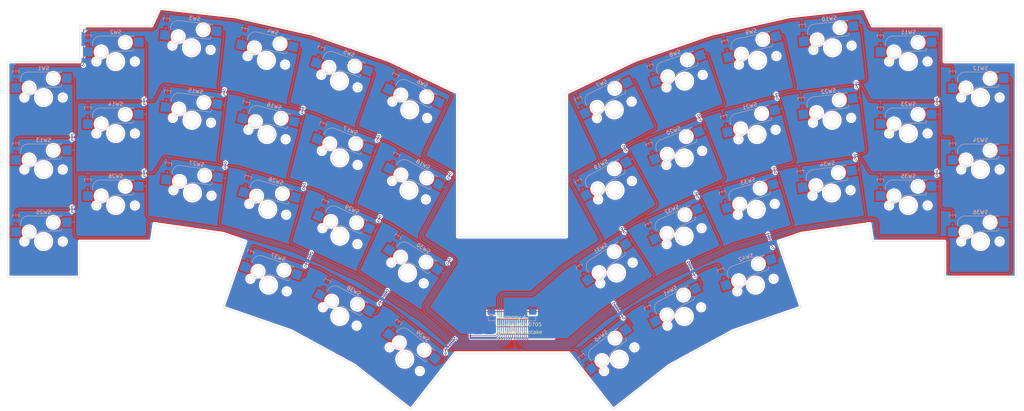
<source format=kicad_pcb>
(kicad_pcb (version 20240108) (generator "pcbnew") (generator_version "8.0")
  (layers (0 "F.Cu" signal) (31 "B.Cu" signal) (34 "B.Paste" user) (35 "F.Paste" user) (36 "B.SilkS" user "B.Silkscreen") (37 "F.SilkS" user "F.Silkscreen") (38 "B.Mask" user) (39 "F.Mask" user) (44 "Edge.Cuts" user))
  (net 0 "")
  (net 1 "Net-(D1-A)")
  (net 2 "ROW0")
  (net 3 "Net-(D2-A)")
  (net 4 "ROW1")
  (net 5 "ROW2")
  (net 6 "Net-(D3-A)")
  (net 7 "ROW3")
  (net 8 "Net-(D4-A)")
  (net 9 "Net-(D5-A)")
  (net 10 "COL10")
  (net 11 "COL11")
  (net 12 "Net-(D6-A)")
  (net 13 "COL9")
  (net 14 "Net-(D7-A)")
  (net 15 "Net-(D8-A)")
  (net 16 "Net-(D9-A)")
  (net 17 "Net-(D10-A)")
  (net 18 "Net-(D11-A)")
  (net 19 "Net-(D12-A)")
  (net 20 "Net-(D13-A)")
  (net 21 "COL6")
  (net 22 "Net-(D14-A)")
  (net 23 "Net-(D15-A)")
  (net 24 "Net-(D16-A)")
  (net 25 "Net-(D17-A)")
  (net 26 "Net-(D18-A)")
  (net 27 "Net-(D19-A)")
  (net 28 "Net-(D20-A)")
  (net 29 "Net-(D21-A)")
  (net 30 "Net-(D22-A)")
  (net 31 "Net-(D23-A)")
  (net 32 "Net-(D24-A)")
  (net 33 "COL7")
  (net 34 "COL3")
  (net 35 "COL4")
  (net 36 "COL1")
  (net 37 "COL5")
  (net 38 "COL0")
  (net 39 "COL2")
  (net 40 "Net-(D25-A)")
  (net 41 "Net-(D26-A)")
  (net 42 "Net-(D27-A)")
  (net 43 "Net-(D28-A)")
  (net 44 "Net-(D29-A)")
  (net 45 "Net-(D30-A)")
  (net 46 "Net-(D31-A)")
  (net 47 "Net-(D32-A)")
  (net 48 "Net-(D33-A)")
  (net 49 "Net-(D34-A)")
  (net 50 "Net-(D35-A)")
  (net 51 "Net-(D36-A)")
  (net 52 "COL8")
  (net 53 "Net-(D37-A)")
  (net 54 "Net-(D38-A)")
  (net 55 "Net-(D39-A)")
  (net 56 "Net-(D40-A)")
  (net 57 "Net-(D41-A)")
  (net 58 "Net-(D42-A)")
  (footprint "Project_Library:Hot_Swap_Socket_CPG151101S11" (layer "B.Cu") (at 266.065 39.0525)
    (property "Reference" "SW11")
    (property "Value" "~" (hide yes))
    (fp_circle (center -4.445 3.81) (end -5.32 3.81) (stroke (width 0.12)) (fill none) (layer "Edge.Cuts"))
    (fp_circle (center -3.175 1.27) (end -4.675 1.27) (stroke (width 0.12)) (fill none) (layer "Edge.Cuts"))
    (fp_circle (center 0.635 3.81) (end -1.415 3.81) (stroke (width 0.12)) (fill none) (layer "Edge.Cuts"))
    (fp_circle (center 3.175 -1.27) (end 1.675 -1.27) (stroke (width 0.12)) (fill none) (layer "Edge.Cuts"))
    (fp_circle (center 5.715 3.81) (end 4.84 3.81) (stroke (width 0.12)) (fill none) (layer "Edge.Cuts"))
  )
  (footprint "Project_Library:Hot_Swap_Socket_CPG151101S11" (layer "B.Cu") (at 187.428981 119.038995 38.109)
    (property "Reference" "SW40")
    (property "Value" "~" (hide yes))
    (fp_circle (center -3.175 1.27) (end -4.675 1.27) (stroke (width 0.12)) (fill none) (layer "Edge.Cuts"))
    (fp_circle (center -4.445 3.81) (end -5.32 3.81) (stroke (width 0.12)) (fill none) (layer "Edge.Cuts"))
    (fp_circle (center 3.175 -1.27) (end 1.674999 -1.27) (stroke (width 0.12)) (fill none) (layer "Edge.Cuts"))
    (fp_circle (center 0.635 3.81) (end -1.415 3.81) (stroke (width 0.12)) (fill none) (layer "Edge.Cuts"))
    (fp_circle (center 5.715 3.81) (end 4.84 3.81) (stroke (width 0.12)) (fill none) (layer "Edge.Cuts"))
  )
  (footprint "Project_Library:Hot_Swap_Socket_CPG151101S11" (layer "B.Cu") (at 224.816748 78.495176 16.342)
    (property "Reference" "SW33")
    (property "Value" "~" (hide yes))
    (fp_circle (center -4.445 3.81) (end -5.32 3.81) (stroke (width 0.12)) (fill none) (layer "Edge.Cuts"))
    (fp_circle (center -3.175001 1.27) (end -4.675 1.27) (stroke (width 0.12)) (fill none) (layer "Edge.Cuts"))
    (fp_circle (center 0.635 3.81) (end -1.415 3.81) (stroke (width 0.12)) (fill none) (layer "Edge.Cuts"))
    (fp_circle (center 3.175001 -1.27) (end 1.675 -1.27) (stroke (width 0.12)) (fill none) (layer "Edge.Cuts"))
    (fp_circle (center 5.714999 3.81) (end 4.84 3.81) (stroke (width 0.12)) (fill none) (layer "Edge.Cuts"))
  )
  (footprint "Project_Library:Hot_Swap_Socket_CPG151101S11" (layer "B.Cu") (at 97.814561 78.137836 -16.341)
    (property "Reference" "SW28")
    (property "Value" "~" (hide yes))
    (fp_circle (center -4.445 3.81) (end -5.32 3.81) (stroke (width 0.12)) (fill none) (layer "Edge.Cuts"))
    (fp_circle (center -3.175 1.27) (end -4.675 1.27) (stroke (width 0.12)) (fill none) (layer "Edge.Cuts"))
    (fp_circle (center 0.635 3.81) (end -1.415 3.81) (stroke (width 0.12)) (fill none) (layer "Edge.Cuts"))
    (fp_circle (center 3.175 -1.27) (end 1.675 -1.27) (stroke (width 0.12)) (fill none) (layer "Edge.Cuts"))
    (fp_circle (center 5.715 3.81) (end 4.84 3.81) (stroke (width 0.12)) (fill none) (layer "Edge.Cuts"))
  )
  (footprint "Project_Library:D_SOD-323F" (layer "B.Cu") (at 70.49541 32.892532 -96.36)
    (property "Reference" "D3" (hide yes))
    (property "Value" "1N4148WS" (hide yes))
  )
  (footprint "Project_Library:Hot_Swap_Socket_CPG151101S11" (layer "B.Cu") (at 186.753266 52.478416 25.438)
    (property "Reference" "SW7")
    (property "Value" "~" (hide yes))
    (fp_circle (center -4.445 3.81) (end -5.32 3.81) (stroke (width 0.12)) (fill none) (layer "Edge.Cuts"))
    (fp_circle (center -3.175 1.27) (end -4.675 1.27) (stroke (width 0.12)) (fill none) (layer "Edge.Cuts"))
    (fp_circle (center 0.635 3.81) (end -1.415 3.810001) (stroke (width 0.12)) (fill none) (layer "Edge.Cuts"))
    (fp_circle (center 3.175 -1.27) (end 1.675 -1.27) (stroke (width 0.12)) (fill none) (layer "Edge.Cuts"))
    (fp_circle (center 5.715 3.81) (end 4.84 3.81) (stroke (width 0.12)) (fill none) (layer "Edge.Cuts"))
  )
  (footprint "Project_Library:Hot_Swap_Socket_CPG151101S11" (layer "B.Cu") (at 135.9556 73.273188 -28.61)
    (property "Reference" "SW18")
    (property "Value" "~" (hide yes))
    (fp_circle (center -4.445 3.81) (end -5.32 3.81) (stroke (width 0.12)) (fill none) (layer "Edge.Cuts"))
    (fp_circle (center -3.175 1.27) (end -4.675 1.27) (stroke (width 0.12)) (fill none) (layer "Edge.Cuts"))
    (fp_circle (center 0.635 3.81) (end -1.415 3.81) (stroke (width 0.12)) (fill none) (layer "Edge.Cuts"))
    (fp_circle (center 5.714999 3.81) (end 4.84 3.81) (stroke (width 0.12)) (fill none) (layer "Edge.Cuts"))
    (fp_circle (center 3.175 -1.27) (end 1.675 -1.27) (stroke (width 0.12)) (fill none) (layer "Edge.Cuts"))
  )
  (footprint "Project_Library:Hot_Swap_Socket_CPG151101S11" (layer "B.Cu") (at 117.188059 64.595471 -21.457)
    (property "Reference" "SW17")
    (property "Value" "~" (hide yes))
    (fp_circle (center -4.445 3.81) (end -5.32 3.81) (stroke (width 0.12)) (fill none) (layer "Edge.Cuts"))
    (fp_circle (center -3.175 1.27) (end -4.675 1.27) (stroke (width 0.12)) (fill none) (layer "Edge.Cuts"))
    (fp_circle (center 0.635 3.81) (end -1.415 3.81) (stroke (width 0.12)) (fill none) (layer "Edge.Cuts"))
    (fp_circle (center 3.175 -1.27) (end 1.675 -1.27) (stroke (width 0.12)) (fill none) (layer "Edge.Cuts"))
    (fp_circle (center 5.715 3.81) (end 4.84 3.81) (stroke (width 0.12)) (fill none) (layer "Edge.Cuts"))
  )
  (footprint "Project_Library:Hot_Swap_Socket_CPG151101S11" (layer "B.Cu") (at 97.48601 58.322089 -14.305)
    (property "Reference" "SW16")
    (property "Value" "~" (hide yes))
    (fp_circle (center -4.445001 3.81) (end -5.32 3.81) (stroke (width 0.12)) (fill none) (layer "Edge.Cuts"))
    (fp_circle (center -3.175 1.27) (end -4.675 1.27) (stroke (width 0.12)) (fill none) (layer "Edge.Cuts"))
    (fp_circle (center 0.635 3.81) (end -1.415 3.81) (stroke (width 0.12)) (fill none) (layer "Edge.Cuts"))
    (fp_circle (center 3.175 -1.27) (end 1.675 -1.27) (stroke (width 0.12)) (fill none) (layer "Edge.Cuts"))
    (fp_circle (center 5.715 3.81) (end 4.84 3.81) (stroke (width 0.12)) (fill none) (layer "Edge.Cuts"))
  )
  (footprint "Project_Library:D_SOD-323F" (layer "B.Cu") (at 278.39 46.8475 -90)
    (property "Reference" "D12" (hide yes))
    (property "Value" "1N4148WS" (hide yes))
  )
  (footprint "Project_Library:D_SOD-323F" (layer "B.Cu") (at 238.545623 53.829614 -82.848)
    (property "Reference" "D22" (hide yes))
    (property "Value" "1N4148WS" (hide yes))
  )
  (footprint "Project_Library:D_SOD-323F" (layer "B.Cu") (at 30.74 65.8975 -90)
    (property "Reference" "D13" (hide yes))
    (property "Value" "1N4148WS" (hide yes))
  )
  (footprint "Project_Library:Hot_Swap_Socket_CPG151101S11" (layer "B.Cu") (at 37.465 67.6275)
    (property "Reference" "SW13")
    (property "Value" "~" (hide yes))
    (fp_circle (center -4.445 3.81) (end -5.32 3.81) (stroke (width 0.12)) (fill none) (layer "Edge.Cuts"))
    (fp_circle (center -3.175 1.27) (end -4.675 1.27) (stroke (width 0.12)) (fill none) (layer "Edge.Cuts"))
    (fp_circle (center 0.635 3.81) (end -1.415 3.81) (stroke (width 0.12)) (fill none) (layer "Edge.Cuts"))
    (fp_circle (center 3.175 -1.27) (end 1.675 -1.27) (stroke (width 0.12)) (fill none) (layer "Edge.Cuts"))
    (fp_circle (center 5.715 3.81) (end 4.84 3.81) (stroke (width 0.12)) (fill none) (layer "Edge.Cuts"))
  )
  (footprint "Project_Library:D_SOD-323F" (layer "B.Cu") (at 49.79 56.3725 -90)
    (property "Reference" "D14" (hide yes))
    (property "Value" "1N4148WS" (hide yes))
  )
  (footprint "Project_Library:Hot_Swap_Socket_CPG151101S11" (layer "B.Cu") (at 266.065 58.1025)
    (property "Reference" "SW23")
    (property "Value" "~" (hide yes))
    (fp_circle (center -4.445 3.81) (end -5.32 3.81) (stroke (width 0.12)) (fill none) (layer "Edge.Cuts"))
    (fp_circle (center -3.175 1.27) (end -4.675 1.27) (stroke (width 0.12)) (fill none) (layer "Edge.Cuts"))
    (fp_circle (center 0.635 3.81) (end -1.415 3.81) (stroke (width 0.12)) (fill none) (layer "Edge.Cuts"))
    (fp_circle (center 3.175 -1.27) (end 1.675 -1.27) (stroke (width 0.12)) (fill none) (layer "Edge.Cuts"))
    (fp_circle (center 5.715 3.81) (end 4.84 3.81) (stroke (width 0.12)) (fill none) (layer "Edge.Cuts"))
  )
  (footprint "Project_Library:Hot_Swap_Socket_CPG151101S11" (layer "B.Cu") (at 205.261083 85.875323 24.513)
    (property "Reference" "SW32")
    (property "Value" "~" (hide yes))
    (fp_circle (center -4.445 3.81) (end -5.32 3.81) (stroke (width 0.12)) (fill none) (layer "Edge.Cuts"))
    (fp_circle (center -3.175 1.27) (end -4.675 1.27) (stroke (width 0.12)) (fill none) (layer "Edge.Cuts"))
    (fp_circle (center 0.634999 3.81) (end -1.415 3.81) (stroke (width 0.12)) (fill none) (layer "Edge.Cuts"))
    (fp_circle (center 3.175 -1.27) (end 1.675 -1.27) (stroke (width 0.12)) (fill none) (layer "Edge.Cuts"))
    (fp_circle (center 5.715 3.81) (end 4.84 3.81) (stroke (width 0.12)) (fill none) (layer "Edge.Cuts"))
  )
  (footprint "Project_Library:D_SOD-323F" (layer "B.Cu") (at 70.959279 71.12062 -98.172)
    (property "Reference" "D27" (hide yes))
    (property "Value" "1N4148WS" (hide yes))
  )
  (footprint "Project_Library:D_SOD-323F" (layer "B.Cu") (at 91.397053 54.984033 -104.306)
    (property "Reference" "D16" (hide yes))
    (property "Value" "1N4148WS" (hide yes))
  )
  (footprint "Project_Library:D_SOD-323F" (layer "B.Cu") (at 130.620022 47.481969 -115.439)
    (property "Reference" "D6" (hide yes))
    (property "Value" "1N4148WS" (hide yes))
  )
  (footprint "Project_Library:Hot_Swap_Socket_CPG151101S11" (layer "B.Cu") (at 77.156162 54.550703 -7.151)
    (property "Reference" "SW15")
    (property "Value" "~" (hide yes))
    (fp_circle (center -4.445 3.81) (end -5.32 3.81) (stroke (width 0.12)) (fill none) (layer "Edge.Cuts"))
    (fp_circle (center -3.175 1.27) (end -4.675 1.27) (stroke (width 0.12)) (fill none) (layer "Edge.Cuts"))
    (fp_circle (center 0.635 3.81) (end -1.415 3.81) (stroke (width 0.12)) (fill none) (layer "Edge.Cuts"))
    (fp_circle (center 3.175 -1.27) (end 1.675 -1.27) (stroke (width 0.12)) (fill none) (layer "Edge.Cuts"))
    (fp_circle (center 5.715 3.81) (end 4.84 3.81) (stroke (width 0.12)) (fill none) (layer "Edge.Cuts"))
  )
  (footprint "Project_Library:Hot_Swap_Socket_CPG151101S11" (layer "B.Cu") (at 225.395538 38.964361 12.719)
    (property "Reference" "SW9")
    (property "Value" "~" (hide yes))
    (fp_circle (center -4.445 3.81) (end -5.32 3.81) (stroke (width 0.12)) (fill none) (layer "Edge.Cuts"))
    (fp_circle (center -3.175 1.27) (end -4.675 1.270001) (stroke (width 0.12)) (fill none) (layer "Edge.Cuts"))
    (fp_circle (center 0.635 3.81) (end -1.415 3.81) (stroke (width 0.12)) (fill none) (layer "Edge.Cuts"))
    (fp_circle (center 3.175 -1.27) (end 1.675 -1.269999) (stroke (width 0.12)) (fill none) (layer "Edge.Cuts"))
    (fp_circle (center 5.714999 3.81) (end 4.84 3.81) (stroke (width 0.12)) (fill none) (layer "Edge.Cuts"))
  )
  (footprint "Project_Library:Hot_Swap_Socket_CPG151101S11" (layer "B.Cu") (at 56.515 58.1025)
    (property "Reference" "SW14")
    (property "Value" "~" (hide yes))
    (fp_circle (center -4.445 3.81) (end -5.32 3.81) (stroke (width 0.12)) (fill none) (layer "Edge.Cuts"))
    (fp_circle (center -3.175 1.27) (end -4.675 1.27) (stroke (width 0.12)) (fill none) (layer "Edge.Cuts"))
    (fp_circle (center 0.635 3.81) (end -1.415 3.81) (stroke (width 0.12)) (fill none) (layer "Edge.Cuts"))
    (fp_circle (center 3.175 -1.27) (end 1.675 -1.27) (stroke (width 0.12)) (fill none) (layer "Edge.Cuts"))
    (fp_circle (center 5.715 3.81) (end 4.84 3.81) (stroke (width 0.12)) (fill none) (layer "Edge.Cuts"))
  )
  (footprint "Project_Library:Hot_Swap_Socket_CPG151101S11" (layer "B.Cu") (at 205.699042 44.647977 19.078)
    (property "Reference" "SW8")
    (property "Value" "~" (hide yes))
    (fp_circle (center -4.444999 3.81) (end -5.320001 3.81) (stroke (width 0.12)) (fill none) (layer "Edge.Cuts"))
    (fp_circle (center -3.175 1.27) (end -4.675 1.27) (stroke (width 0.12)) (fill none) (layer "Edge.Cuts"))
    (fp_circle (center 0.635 3.81) (end -1.415 3.81) (stroke (width 0.12)) (fill none) (layer "Edge.Cuts"))
    (fp_circle (center 3.175 -1.27) (end 1.675 -1.27) (stroke (width 0.12)) (fill none) (layer "Edge.Cuts"))
    (fp_circle (center 5.715 3.81) (end 4.84 3.81) (stroke (width 0.12)) (fill none) (layer "Edge.Cuts"))
  )
  (footprint "Project_Library:Hot_Swap_Socket_CPG151101S11" (layer "B.Cu") (at 186.779469 73.881321 28.61)
    (property "Reference" "SW19")
    (property "Value" "~" (hide yes))
    (fp_circle (center -3.174999 1.27) (end -4.675 1.27) (stroke (width 0.12)) (fill none) (layer "Edge.Cuts"))
    (fp_circle (center -4.445 3.81) (end -5.32 3.81) (stroke (width 0.12)) (fill none) (layer "Edge.Cuts"))
    (fp_circle (center 3.174999 -1.27) (end 1.675 -1.27) (stroke (width 0.12)) (fill none) (layer "Edge.Cuts"))
    (fp_circle (center 0.635 3.81) (end -1.415 3.81) (stroke (width 0.12)) (fill none) (layer "Edge.Cuts"))
    (fp_circle (center 5.715 3.81) (end 4.84 3.81) (stroke (width 0.12)) (fill none) (layer "Edge.Cuts"))
  )
  (footprint "Project_Library:D_SOD-323F" (layer "B.Cu") (at 92.426934 94.395357 -109.055)
    (property "Reference" "D37" (hide yes))
    (property "Value" "1N4148WS" (hide yes))
  )
  (footprint "Project_Library:D_SOD-323F" (layer "B.Cu") (at 217.87665 78.727346 -73.658)
    (property "Reference" "D33" (hide yes))
    (property "Value" "1N4148WS" (hide yes))
  )
  (footprint "Project_Library:Hot_Swap_Socket_CPG151101S11" (layer "B.Cu") (at 98.218561 98.226053 -19.054)
    (property "Reference" "SW37")
    (property "Value" "~" (hide yes))
    (fp_circle (center -4.445 3.81) (end -5.320001 3.81) (stroke (width 0.12)) (fill none) (layer "Edge.Cuts"))
    (fp_circle (center -3.175 1.27) (end -4.675 1.27) (stroke (width 0.12)) (fill none) (layer "Edge.Cuts"))
    (fp_circle (center 0.635 3.81) (end -1.415 3.809999) (stroke (width 0.12)) (fill none) (layer "Edge.Cuts"))
    (fp_circle (center 3.175 -1.27) (end 1.675 -1.27) (stroke (width 0.12)) (fill none) (layer "Edge.Cuts"))
    (fp_circle (center 5.715 3.81) (end 4.839999 3.81) (stroke (width 0.12)) (fill none) (layer "Edge.Cuts"))
  )
  (footprint "Project_Library:D_SOD-323F" (layer "B.Cu") (at 111.562072 60.5253 -111.459)
    (property "Reference" "D17" (hide yes))
    (property "Value" "1N4148WS" (hide yes))
  )
  (footprint "Project_Library:Hot_Swap_Socket_CPG151101S11" (layer "B.Cu") (at 76.987425 35.356799 -6.36)
    (property "Reference" "SW3")
    (property "Value" "~" (hide yes))
    (fp_circle (center -4.445 3.81) (end -5.32 3.81) (stroke (width 0.12)) (fill none) (layer "Edge.Cuts"))
    (fp_circle (center -3.175 1.27) (end -4.675 1.27) (stroke (width 0.12)) (fill none) (layer "Edge.Cuts"))
    (fp_circle (center 0.635 3.81) (end -1.415 3.81) (stroke (width 0.12)) (fill none) (layer "Edge.Cuts"))
    (fp_circle (center 3.175 -1.27) (end 1.675 -1.27) (stroke (width 0.12)) (fill none) (layer "Edge.Cuts"))
    (fp_circle (center 5.715 3.81) (end 4.84 3.81) (stroke (width 0.12)) (fill none) (layer "Edge.Cuts"))
  )
  (footprint "Project_Library:D_SOD-323F" (layer "B.Cu") (at 278.39 65.8975 -90)
    (property "Reference" "D24" (hide yes))
    (property "Value" "1N4148WS" (hide yes))
  )
  (footprint "Project_Library:D_SOD-323F" (layer "B.Cu") (at 112.032389 80.984084 -114.514)
    (property "Reference" "D29" (hide yes))
    (property "Value" "1N4148WS" (hide yes))
  )
  (footprint "Project_Library:Hot_Swap_Socket_CPG151101S11" (layer "B.Cu") (at 97.215626 38.684745 -12.719)
    (property "Reference" "SW4")
    (property "Value" "~" (hide yes))
    (fp_circle (center -4.445 3.81) (end -5.32 3.81) (stroke (width 0.12)) (fill none) (layer "Edge.Cuts"))
    (fp_circle (center -3.175 1.27) (end -4.675 1.27) (stroke (width 0.12)) (fill none) (layer "Edge.Cuts"))
    (fp_circle (center 0.635 3.81) (end -1.415 3.810001) (stroke (width 0.12)) (fill none) (layer "Edge.Cuts"))
    (fp_circle (center 3.175 -1.27) (end 1.675 -1.27) (stroke (width 0.12)) (fill none) (layer "Edge.Cuts"))
    (fp_circle (center 5.714999 3.81) (end 4.84 3.81) (stroke (width 0.12)) (fill none) (layer "Edge.Cuts"))
  )
  (footprint "Project_Library:D_SOD-323F" (layer "B.Cu") (at 180.358506 98.135715 -57.316)
    (property "Reference" "D31" (hide yes))
    (property "Value" "1N4148WS" (hide yes))
  )
  (footprint "Project_Library:D_SOD-323F" (layer "B.Cu") (at 30.74 84.9475 -90)
    (property "Reference" "D25" (hide yes))
    (property "Value" "1N4148WS" (hide yes))
  )
  (footprint "Project_Library:Hot_Swap_Socket_CPG151101S11" (layer "B.Cu") (at 245.43372 54.70882 7.152)
    (property "Reference" "SW22")
    (property "Value" "~" (hide yes))
    (fp_circle (center -4.445 3.81) (end -5.32 3.81) (stroke (width 0.12)) (fill none) (layer "Edge.Cuts"))
    (fp_circle (center -3.175 1.27) (end -4.675 1.27) (stroke (width 0.12)) (fill none) (layer "Edge.Cuts"))
    (fp_circle (center 0.635 3.81) (end -1.415 3.81) (stroke (width 0.12)) (fill none) (layer "Edge.Cuts"))
    (fp_circle (center 3.175 -1.27) (end 1.675 -1.269999) (stroke (width 0.12)) (fill none) (layer "Edge.Cuts"))
    (fp_circle (center 5.715 3.81) (end 4.84 3.81) (stroke (width 0.12)) (fill none) (layer "Edge.Cuts"))
  )
  (footprint "Project_Library:D_SOD-323F" (layer "B.Cu") (at 259.34 75.4225 -90)
    (property "Reference" "D35" (hide yes))
    (property "Value" "1N4148WS" (hide yes))
  )
  (footprint "Project_Library:Hot_Swap_Socket_CPG151101S11" (layer "B.Cu") (at 245.600459 35.497465 6.359)
    (property "Reference" "SW10")
    (property "Value" "~" (hide yes))
    (fp_circle (center -4.445 3.81) (end -5.32 3.81) (stroke (width 0.12)) (fill none) (layer "Edge.Cuts"))
    (fp_circle (center -3.175 1.27) (end -4.675 1.27) (stroke (width 0.12)) (fill none) (layer "Edge.Cuts"))
    (fp_circle (center 0.635 3.81) (end -1.415 3.81) (stroke (width 0.12)) (fill none) (layer "Edge.Cuts"))
    (fp_circle (center 3.175 -1.27) (end 1.675 -1.27) (stroke (width 0.12)) (fill none) (layer "Edge.Cuts"))
    (fp_circle (center 5.715 3.81) (end 4.84 3.81) (stroke (width 0.12)) (fill none) (layer "Edge.Cuts"))
  )
  (footprint "Project_Library:D_SOD-323F" (layer "B.Cu") (at 49.79 75.4225 -90)
    (property "Reference" "D26" (hide yes))
    (property "Value" "1N4148WS" (hide yes))
  )
  (footprint "Project_Library:D_SOD-323F" (layer "B.Cu") (at 238.72519 34.523013 -83.641)
    (property "Reference" "D10" (hide yes))
    (property "Value" "1N4148WS" (hide yes))
  )
  (footprint "Project_Library:D_SOD-323F" (layer "B.Cu") (at 91.036613 35.516494 -102.72)
    (property "Reference" "D4" (hide yes))
    (property "Value" "1N4148WS" (hide yes))
  )
  (footprint "Project_Library:Hot_Swap_Socket_CPG151101S11" (layer "B.Cu") (at 56.515 77.1525)
    (property "Reference" "SW26")
    (property "Value" "~" (hide yes))
    (fp_circle (center -4.445 3.81) (end -5.32 3.81) (stroke (width 0.12)) (fill none) (layer "Edge.Cuts"))
    (fp_circle (center -3.175 1.27) (end -4.675 1.27) (stroke (width 0.12)) (fill none) (layer "Edge.Cuts"))
    (fp_circle (center 0.635 3.81) (end -1.415 3.81) (stroke (width 0.12)) (fill none) (layer "Edge.Cuts"))
    (fp_circle (center 3.175 -1.27) (end 1.675 -1.27) (stroke (width 0.12)) (fill none) (layer "Edge.Cuts"))
    (fp_circle (center 5.715 3.81) (end 4.84 3.81) (stroke (width 0.12)) (fill none) (layer "Edge.Cuts"))
  )
  (footprint "Project_Library:Hot_Swap_Socket_CPG151101S11" (layer "B.Cu") (at 285.115 48.5775)
    (property "Reference" "SW12")
    (property "Value" "~" (hide yes))
    (fp_circle (center -4.445 3.81) (end -5.32 3.81) (stroke (width 0.12)) (fill none) (layer "Edge.Cuts"))
    (fp_circle (center -3.175 1.27) (end -4.675 1.27) (stroke (width 0.12)) (fill none) (layer "Edge.Cuts"))
    (fp_circle (center 0.635 3.81) (end -1.415 3.81) (stroke (width 0.12)) (fill none) (layer "Edge.Cuts"))
    (fp_circle (center 3.175 -1.27) (end 1.675 -1.27) (stroke (width 0.12)) (fill none) (layer "Edge.Cuts"))
    (fp_circle (center 5.715 3.81) (end 4.84 3.81) (stroke (width 0.12)) (fill none) (layer "Edge.Cuts"))
  )
  (footprint "Project_Library:D_SOD-323F" (layer "B.Cu") (at 278.39 84.9475 -90)
    (property "Reference" "D36" (hide yes))
    (property "Value" "1N4148WS" (hide yes))
  )
  (footprint "Project_Library:D_SOD-323F" (layer "B.Cu") (at 259.34 37.3225 -90)
    (property "Reference" "D11" (hide yes))
    (property "Value" "1N4148WS" (hide yes))
  )
  (footprint "Project_Library:D_SOD-323F" (layer "B.Cu") (at 180.047184 75.582854 -61.39)
    (property "Reference" "D19" (hide yes))
    (property "Value" "1N4148WS" (hide yes))
  )
  (footprint "Project_Library:D_SOD-323F" (layer "B.Cu") (at 91.848102 74.585458 -106.343)
    (property "Reference" "D28" (hide yes))
    (property "Value" "1N4148WS" (hide yes))
  )
  (footprint "Project_Library:Hot_Swap_Socket_CPG151101S11" (layer "B.Cu") (at 116.950782 44.232884 -19.079)
    (property "Reference" "SW5")
    (property "Value" "~" (hide yes))
    (fp_circle (center -4.445 3.81) (end -5.32 3.809999) (stroke (width 0.12)) (fill none) (layer "Edge.Cuts"))
    (fp_circle (center -3.175 1.27) (end -4.675 1.27) (stroke (width 0.12)) (fill none) (layer "Edge.Cuts"))
    (fp_circle (center 0.635 3.81) (end -1.415 3.81) (stroke (width 0.12)) (fill none) (layer "Edge.Cuts"))
    (fp_circle (center 3.175 -1.27) (end 1.675 -1.27) (stroke (width 0.12)) (fill none) (layer "Edge.Cuts"))
    (fp_circle (center 5.715 3.81) (end 4.84 3.81) (stroke (width 0.12)) (fill none) (layer "Edge.Cuts"))
  )
  (footprint "Project_Library:Hot_Swap_Socket_CPG151101S11" (layer "B.Cu") (at 245.222832 73.969438 8.171)
    (property "Reference" "SW34")
    (property "Value" "~" (hide yes))
    (fp_circle (center -4.445 3.81) (end -5.32 3.81) (stroke (width 0.12)) (fill none) (layer "Edge.Cuts"))
    (fp_circle (center -3.175 1.27) (end -4.675 1.27) (stroke (width 0.12)) (fill none) (layer "Edge.Cuts"))
    (fp_circle (center 0.635 3.81) (end -1.415 3.81) (stroke (width 0.12)) (fill none) (layer "Edge.Cuts"))
    (fp_circle (center 3.175 -1.27) (end 1.675 -1.27) (stroke (width 0.12)) (fill none) (layer "Edge.Cuts"))
    (fp_circle (center 5.715 3.81) (end 4.84 3.81) (stroke (width 0.12)) (fill none) (layer "Edge.Cuts"))
  )
  (footprint "Project_Library:D_SOD-323F" (layer "B.Cu") (at 198.777887 45.211315 -70.922)
    (property "Reference" "D8" (hide yes))
    (property "Value" "1N4148WS" (hide yes))
  )
  (footprint "Project_Library:D_SOD-323F" (layer "B.Cu") (at 218.189403 58.621223 -75.695)
    (property "Reference" "D21" (hide yes))
    (property "Value" "1N4148WS" (hide yes))
  )
  (footprint "Project_Library:D_SOD-323F" (layer "B.Cu") (at 238.320189 73.212868 -81.829)
    (property "Reference" "D34" (hide yes))
    (property "Value" "1N4148WS" (hide yes))
  )
  (footprint "Project_Library:Hot_Swap_Socket_CPG151101S11" (layer "B.Cu") (at 266.065 77.1525)
    (property "Reference" "SW35")
    (property "Value" "~" (hide yes))
    (fp_circle (center -4.445 3.81) (end -5.32 3.81) (stroke (width 0.12)) (fill none) (layer "Edge.Cuts"))
    (fp_circle (center -3.175 1.27) (end -4.675 1.27) (stroke (width 0.12)) (fill none) (layer "Edge.Cuts"))
    (fp_circle (center 0.635 3.81) (end -1.415 3.81) (stroke (width 0.12)) (fill none) (layer "Edge.Cuts"))
    (fp_circle (center 3.175 -1.27) (end 1.675 -1.27) (stroke (width 0.12)) (fill none) (layer "Edge.Cuts"))
    (fp_circle (center 5.715 3.81) (end 4.84 3.81) (stroke (width 0.12)) (fill none) (layer "Edge.Cuts"))
  )
  (footprint "Project_Library:D_SOD-323F" (layer "B.Cu") (at 130.880214 68.534149 -118.611)
    (property "Reference" "D18" (hide yes))
    (property "Value" "1N4148WS" (hide yes))
  )
  (footprint "Project_Library:Hot_Swap_Socket_CPG151101S11" (layer "B.Cu") (at 285.115 67.6275)
    (property "Reference" "SW24")
    (property "Value" "~" (hide yes))
    (fp_circle (center -4.445 3.81) (end -5.32 3.81) (stroke (width 0.12)) (fill none) (layer "Edge.Cuts"))
    (fp_circle (center -3.175 1.27) (end -4.675 1.27) (stroke (width 0.12)) (fill none) (layer "Edge.Cuts"))
    (fp_circle (center 0.635 3.81) (end -1.415 3.81) (stroke (width 0.12)) (fill none) (layer "Edge.Cuts"))
    (fp_circle (center 3.175 -1.27) (end 1.675 -1.27) (stroke (width 0.12)) (fill none) (layer "Edge.Cuts"))
    (fp_circle (center 5.715 3.81) (end 4.84 3.81) (stroke (width 0.12)) (fill none) (layer "Edge.Cuts"))
  )
  (footprint "Project_Library:D_SOD-323F" (layer "B.Cu") (at 259.34 56.3725 -90)
    (property "Reference" "D23" (hide yes))
    (property "Value" "1N4148WS" (hide yes))
  )
  (footprint "Project_Library:D_SOD-323F" (layer "B.Cu") (at 30.74 46.8475 -90)
    (property "Reference" "D1" (hide yes))
    (property "Value" "1N4148WS" (hide yes))
  )
  (footprint "Project_Library:D_SOD-323F" (layer "B.Cu") (at 181.06981 121.828229 -51.891)
    (property "Reference" "D40" (hide yes))
    (property "Value" "1N4148WS" (hide yes))
  )
  (footprint "Project_Library:D_SOD-323F" (layer "B.Cu") (at 179.937143 53.804821 -64.562)
    (property "Reference" "D7" (hide yes))
    (property "Value" "1N4148WS" (hide yes))
  )
  (footprint "Project_Library:D_SOD-323F" (layer "B.Cu") (at 131.198086 112.743584 -128.11)
    (property "Reference" "D39" (hide yes))
    (property "Value" "1N4148WS" (hide yes))
  )
  (footprint "Project_Library:Hot_Swap_Socket_CPG151101S11" (layer "B.Cu") (at 77.370061 73.788935 -8.171)
    (property "Reference" "SW27")
    (property "Value" "~" (hide yes))
    (fp_circle (center -4.445 3.81) (end -5.32 3.81) (stroke (width 0.12)) (fill none) (layer "Edge.Cuts"))
    (fp_circle (center -3.175 1.27) (end -4.675 1.27) (stroke (width 0.12)) (fill none) (layer "Edge.Cuts"))
    (fp_circle (center 0.635 3.81) (end -1.415 3.81) (stroke (width 0.12)) (fill none) (layer "Edge.Cuts"))
    (fp_circle (center 3.175 -1.27) (end 1.675 -1.27) (stroke (width 0.12)) (fill none) (layer "Edge.Cuts"))
    (fp_circle (center 5.715 3.81) (end 4.84 3.81) (stroke (width 0.12)) (fill none) (layer "Edge.Cuts"))
  )
  (footprint "Project_Library:Hot_Swap_Socket_CPG151101S11" (layer "B.Cu") (at 135.421734 118.255203 -38.109)
    (property "Reference" "SW39")
    (property "Value" "~" (hide yes))
    (fp_circle (center -4.445 3.81) (end -5.32 3.81) (stroke (width 0.12)) (fill none) (layer "Edge.Cuts"))
    (fp_circle (center -3.175 1.27) (end -4.675 1.27) (stroke (width 0.12)) (fill none) (layer "Edge.Cuts"))
    (fp_circle (center 0.635 3.809999) (end -1.415001 3.81) (stroke (width 0.12)) (fill none) (layer "Edge.Cuts"))
    (fp_circle (center 5.715 3.81) (end 4.84 3.81) (stroke (width 0.12)) (fill none) (layer "Edge.Cuts"))
    (fp_circle (center 3.175 -1.27) (end 1.675 -1.27) (stroke (width 0.12)) (fill none) (layer "Edge.Cuts"))
  )
  (footprint "Project_Library:Hot_Swap_Socket_CPG151101S11" (layer "B.Cu") (at 205.47997 65.060062 21.458)
    (property "Reference" "SW20")
    (property "Value" "~" (hide yes))
    (fp_circle (center -4.444999 3.81) (end -5.32 3.81) (stroke (width 0.12)) (fill none) (layer "Edge.Cuts"))
    (fp_circle (center -3.175 1.27) (end -4.675 1.269999) (stroke (width 0.12)) (fill none) (layer "Edge.Cuts"))
    (fp_circle (center 0.635 3.809999) (end -1.415 3.81) (stroke (width 0.12)) (fill none) (layer "Edge.Cuts"))
    (fp_circle (center 3.175 -1.27) (end 1.675 -1.27) (stroke (width 0.12)) (fill none) (layer "Edge.Cuts"))
    (fp_circle (center 5.715 3.81) (end 4.84 3.81) (stroke (width 0.12)) (fill none) (layer "Edge.Cuts"))
  )
  (footprint "Project_Library:D_SOD-323F" (layer "B.Cu") (at 111.160627 40.39974 -109.079)
    (property "Reference" "D5" (hide yes))
    (property "Value" "1N4148WS" (hide yes))
  )
  (footprint "Project_Library:D_SOD-323F" (layer "B.Cu") (at 49.79 37.3225 -90)
    (property "Reference" "D2" (hide yes))
    (property "Value" "1N4148WS" (hide yes))
  )
  (footprint "Project_Library:D_SOD-323F" (layer "B.Cu") (at 198.588223 65.910172 -68.542)
    (property "Reference" "D20" (hide yes))
    (property "Value" "1N4148WS" (hide yes))
  )
  (footprint "Project_Library:Hot_Swap_Socket_CPG151101S11" (layer "B.Cu") (at 186.952906 95.960028 32.684)
    (property "Reference" "SW31")
    (property "Value" "~" (hide yes))
    (fp_circle (center -3.175 1.27) (end -4.675 1.27) (stroke (width 0.12)) (fill none) (layer "Edge.Cuts"))
    (fp_circle (center -4.445 3.81) (end -5.32 3.81) (stroke (width 0.12)) (fill none) (layer "Edge.Cuts"))
    (fp_circle (center 3.175 -1.27) (end 1.675 -1.27) (stroke (width 0.12)) (fill none) (layer "Edge.Cuts"))
    (fp_circle (center 0.635 3.81) (end -1.415 3.81) (stroke (width 0.12)) (fill none) (layer "Edge.Cuts"))
    (fp_circle (center 5.715 3.809999) (end 4.84 3.81) (stroke (width 0.12)) (fill none) (layer "Edge.Cuts"))
  )
  (footprint "Project_Library:Hot_Swap_Socket_CPG151101S11" (layer "B.Cu") (at 135.94986 51.932908 -25.438)
    (property "Reference" "SW6")
    (property "Value" "~" (hide yes))
    (fp_circle (center -4.445 3.81) (end -5.32 3.81) (stroke (width 0.12)) (fill none) (layer "Edge.Cuts"))
    (fp_circle (center -3.175 1.27) (end -4.675 1.27) (stroke (width 0.12)) (fill none) (layer "Edge.Cuts"))
    (fp_circle (center 0.635 3.81) (end -1.415 3.81) (stroke (width 0.12)) (fill none) (layer "Edge.Cuts"))
    (fp_circle (center 3.175 -1.27) (end 1.675 -1.27) (stroke (width 0.12)) (fill none) (layer "Edge.Cuts"))
    (fp_circle (center 5.715 3.81) (end 4.84 3.81) (stroke (width 0.12)) (fill none) (layer "Edge.Cuts"))
  )
  (footprint "Project_Library:Hot_Swap_Socket_CPG151101S11" (layer "B.Cu") (at 37.465 48.5775)
    (property "Reference" "SW1")
    (property "Value" "~" (hide yes))
    (fp_circle (center -4.445 3.81) (end -5.32 3.81) (stroke (width 0.12)) (fill none) (layer "Edge.Cuts"))
    (fp_circle (center -3.175 1.27) (end -4.675 1.27) (stroke (width 0.12)) (fill none) (layer "Edge.Cuts"))
    (fp_circle (center 0.635 3.81) (end -1.415 3.81) (stroke (width 0.12)) (fill none) (layer "Edge.Cuts"))
    (fp_circle (center 3.175 -1.27) (end 1.675 -1.27) (stroke (width 0.12)) (fill none) (layer "Edge.Cuts"))
    (fp_circle (center 5.715 3.81) (end 4.84 3.81) (stroke (width 0.12)) (fill none) (layer "Edge.Cuts"))
  )
  (footprint "Project_Library:Hot_Swap_Socket_CPG151101S11" (layer "B.Cu") (at 225.133369 58.635885 14.305)
    (property "Reference" "SW21")
    (property "Value" "~" (hide yes))
    (fp_circle (center -4.445 3.81) (end -5.32 3.809999) (stroke (width 0.12)) (fill none) (layer "Edge.Cuts"))
    (fp_circle (center -3.175 1.27) (end -4.675 1.27) (stroke (width 0.12)) (fill none) (layer "Edge.Cuts"))
    (fp_circle (center 0.635 3.81) (end -1.415 3.81) (stroke (width 0.12)) (fill none) (layer "Edge.Cuts"))
    (fp_circle (center 3.175 -1.27) (end 1.675 -1.27) (stroke (width 0.12)) (fill none) (layer "Edge.Cuts"))
    (fp_circle (center 5.715 3.81) (end 4.84 3.81) (stroke (width 0.12)) (fill none) (layer "Edge.Cuts"))
  )
  (footprint "Project_Library:Hot_Swap_Socket_CPG151101S11" (layer "B.Cu") (at 135.828184 95.274221 -32.684)
    (property "Reference" "SW30")
    (property "Value" "~" (hide yes))
    (fp_circle (center -4.445 3.81) (end -5.32 3.81) (stroke (width 0.12)) (fill none) (layer "Edge.Cuts"))
    (fp_circle (center -3.175 1.269999) (end -4.675 1.27) (stroke (width 0.12)) (fill none) (layer "Edge.Cuts"))
    (fp_circle (center 0.635 3.81) (end -1.415 3.81) (stroke (width 0.12)) (fill none) (layer "Edge.Cuts"))
    (fp_circle (center 5.715 3.81) (end 4.84 3.81) (stroke (width 0.12)) (fill none) (layer "Edge.Cuts"))
    (fp_circle (center 3.175 -1.269999) (end 1.675 -1.27) (stroke (width 0.12)) (fill none) (layer "Edge.Cuts"))
  )
  (footprint "Project_Library:D_SOD-323F" (layer "B.Cu") (at 198.346951 108.996177 -61.419)
    (property "Reference" "D41" (hide yes))
    (property "Value" "1N4148WS" (hide yes))
  )
  (footprint "Project_Library:Hot_Swap_Socket_CPG151101S11" (layer "B.Cu") (at 205.080096 107.298052 28.581)
    (property "Reference" "SW41")
    (property "Value" "~" (hide yes))
    (fp_circle (center -3.175 1.27) (end -4.675 1.27) (stroke (width 0.12)) (fill none) (layer "Edge.Cuts"))
    (fp_circle (center -4.445 3.81) (end -5.32 3.81) (stroke (width 0.12)) (fill none) (layer "Edge.Cuts"))
    (fp_circle (center 3.175 -1.27) (end 1.675 -1.27) (stroke (width 0.12)) (fill none) (layer "Edge.Cuts"))
    (fp_circle (center 0.635001 3.81) (end -1.415 3.81) (stroke (width 0.12)) (fill none) (layer "Edge.Cuts"))
    (fp_circle (center 5.715 3.81) (end 4.84 3.809999) (stroke (width 0.12)) (fill none) (layer "Edge.Cuts"))
  )
  (footprint "Project_Library:D_SOD-323F" (layer "B.Cu") (at 218.454638 38.757514 -77.281)
    (property "Reference" "D9" (hide yes))
    (property "Value" "1N4148WS" (hide yes))
  )
  (footprint "Project_Library:Hot_Swap_Socket_CPG151101S11" (layer "B.Cu") (at 37.465 86.6775)
    (property "Reference" "SW25")
    (property "Value" "~" (hide yes))
    (fp_circle (center -4.445 3.81) (end -5.32 3.81) (stroke (width 0.12)) (fill none) (layer "Edge.Cuts"))
    (fp_circle (center -3.175 1.27) (end -4.675 1.27) (stroke (width 0.12)) (fill none) (layer "Edge.Cuts"))
    (fp_circle (center 0.635 3.81) (end -1.415 3.81) (stroke (width 0.12)) (fill none) (layer "Edge.Cuts"))
    (fp_circle (center 3.175 -1.27) (end 1.675 -1.27) (stroke (width 0.12)) (fill none) (layer "Edge.Cuts"))
    (fp_circle (center 5.715 3.81) (end 4.84 3.81) (stroke (width 0.12)) (fill none) (layer "Edge.Cuts"))
  )
  (footprint "Project_Library:JUSHUO_AFC01-S16FCC-00" (layer "B.Cu") (at 161.925 110.49 180)
    (property "Reference" "J1")
    (property "Value" "FFC Connector")
  )
  (footprint "Project_Library:D_SOD-323F" (layer "B.Cu") (at 217.509681 99.200941 -70.946)
    (property "Reference" "D42" (hide yes))
    (property "Value" "1N4148WS" (hide yes))
  )
  (footprint "Project_Library:Hot_Swap_Socket_CPG151101S11" (layer "B.Cu") (at 285.115 86.6775)
    (property "Reference" "SW36")
    (property "Value" "~" (hide yes))
    (fp_circle (center -4.445 3.81) (end -5.32 3.81) (stroke (width 0.12)) (fill none) (layer "Edge.Cuts"))
    (fp_circle (center -3.175 1.27) (end -4.675 1.27) (stroke (width 0.12)) (fill none) (layer "Edge.Cuts"))
    (fp_circle (center 0.635 3.81) (end -1.415 3.81) (stroke (width 0.12)) (fill none) (layer "Edge.Cuts"))
    (fp_circle (center 3.175 -1.27) (end 1.675 -1.27) (stroke (width 0.12)) (fill none) (layer "Edge.Cuts"))
    (fp_circle (center 5.715 3.81) (end 4.84 3.81) (stroke (width 0.12)) (fill none) (layer "Edge.Cuts"))
  )
  (footprint "Project_Library:Hot_Swap_Socket_CPG151101S11" (layer "B.Cu") (at 117.654665 106.690483 -28.581)
    (property "Reference" "SW38")
    (property "Value" "~" (hide yes))
    (fp_circle (center -4.445 3.81) (end -5.32 3.81) (stroke (width 0.12)) (fill none) (layer "Edge.Cuts"))
    (fp_circle (center -3.175 1.27) (end -4.675 1.27) (stroke (width 0.12)) (fill none) (layer "Edge.Cuts"))
    (fp_circle (center 0.635 3.81) (end -1.415 3.81) (stroke (width 0.12)) (fill none) (layer "Edge.Cuts"))
    (fp_circle (center 5.715 3.81) (end 4.84 3.81) (stroke (width 0.12)) (fill none) (layer "Edge.Cuts"))
    (fp_circle (center 3.175 -1.27) (end 1.675 -1.27) (stroke (width 0.12)) (fill none) (layer "Edge.Cuts"))
  )
  (footprint "Project_Library:Hot_Swap_Socket_CPG151101S11" (layer "B.Cu") (at 224.431021 98.640656 19.054)
    (property "Reference" "SW42")
    (property "Value" "~" (hide yes))
    (fp_circle (center -4.445 3.81) (end -5.32 3.81) (stroke (width 0.12)) (fill none) (layer "Edge.Cuts"))
    (fp_circle (center -3.175 1.27) (end -4.675 1.27) (stroke (width 0.12)) (fill none) (layer "Edge.Cuts"))
    (fp_circle (center 0.635 3.810001) (end -1.415 3.81) (stroke (width 0.12)) (fill none) (layer "Edge.Cuts"))
    (fp_circle (center 3.175 -1.27) (end 1.675 -1.27) (stroke (width 0.12)) (fill none) (layer "Edge.Cuts"))
    (fp_circle (center 5.715 3.81) (end 4.84 3.81) (stroke (width 0.12)) (fill none) (layer "Edge.Cuts"))
  )
  (footprint "Project_Library:D_SOD-323F" (layer "B.Cu") (at 131.102307 90.186578 -122.685)
    (property "Reference" "D30" (hide yes))
    (property "Value" "1N4148WS" (hide yes))
  )
  (footprint "Project_Library:D_SOD-323F" (layer "B.Cu") (at 112.576881 101.954014 -118.582)
    (property "Reference" "D38" (hide yes))
    (property "Value" "1N4148WS" (hide yes))
  )
  (footprint "Project_Library:D_SOD-323F" (layer "B.Cu") (at 70.699009 51.996817 -97.153)
    (property "Reference" "D15" (hide yes))
    (property "Value" "1N4148WS" (hide yes))
  )
  (footprint "Project_Library:D_SOD-323F" (layer "B.Cu") (at 198.424436 87.091517 -65.487)
    (property "Reference" "D32" (hide yes))
    (property "Value" "1N4148WS" (hide yes))
  )
  (footprint "Project_Library:Hot_Swap_Socket_CPG151101S11" (layer "B.Cu") (at 117.433386 85.3484 -24.513)
    (property "Reference" "SW29")
    (property "Value" "~" (hide yes))
    (fp_circle (center -4.445 3.81) (end -5.32 3.81) (stroke (width 0.12)) (fill none) (layer "Edge.Cuts"))
    (fp_circle (center -3.175 1.27) (end -4.675 1.27) (stroke (width 0.12)) (fill none) (layer "Edge.Cuts"))
    (fp_circle (center 0.635 3.81) (end -1.415 3.81) (stroke (width 0.12)) (fill none) (layer "Edge.Cuts"))
    (fp_circle (center 3.175 -1.27) (end 1.675 -1.27) (stroke (width 0.12)) (fill none) (layer "Edge.Cuts"))
    (fp_circle (center 5.715 3.81) (end 4.84 3.81) (stroke (width 0.12)) (fill none) (layer "Edge.Cuts"))
  )
  (footprint "Project_Library:Hot_Swap_Socket_CPG151101S11" (layer "B.Cu") (at 56.515 39.0525)
    (property "Reference" "SW2")
    (property "Value" "~" (hide yes))
    (fp_circle (center -4.445 3.81) (end -5.32 3.81) (stroke (width 0.12)) (fill none) (layer "Edge.Cuts"))
    (fp_circle (center -3.175 1.27) (end -4.675 1.27) (stroke (width 0.12)) (fill none) (layer "Edge.Cuts"))
    (fp_circle (center 0.635 3.81) (end -1.415 3.81) (stroke (width 0.12)) (fill none) (layer "Edge.Cuts"))
    (fp_circle (center 3.175 -1.27) (end 1.675 -1.27) (stroke (width 0.12)) (fill none) (layer "Edge.Cuts"))
    (fp_circle (center 5.715 3.81) (end 4.84 3.81) (stroke (width 0.12)) (fill none) (layer "Edge.Cuts"))
  )
  (gr_line (start 146.910027 116.170035) (end 144.280151 119.210763) (stroke (width 0.2)) (layer "F.Cu") (net 37))
  (gr_line (start 157.925 111.028763) (end 171.925 111.028763) (stroke (width 0.2)) (layer "F.Cu"))
  (gr_line (start 172.925 116.028763) (end 150.925 116.028763) (stroke (width 0.2)) (layer "F.Cu"))
  (gr_line (start 150.925 109.028763) (end 150.925 116.028763) (stroke (width 0.2)) (layer "F.Cu"))
  (gr_line (start 144.381976 120.053194) (end 144.280151 119.210763) (stroke (width 0.2)) (layer "F.Cu") (net 37))
  (gr_line (start 48.625 43.8625) (end 48.625 34.7375) (stroke (width 0.2)) (layer "F.Cu") (net 2))
  (gr_poly (pts (xy 153.925 111.028763) (xy 153.925 112.028763) (xy 151.925 112.028763) (xy 151.925 113.028763) (xy 153.925 113.028763) (xy 153.925 114.028763) (xy 151.925 114.028763) (xy 151.925 115.028763) (xy 153.925 115.028763) (xy 153.925 114.028763) (xy 154.925 114.028763) (xy 154.925 115.028763) (xy 156.925 115.028763) (xy 156.925 114.028763) (xy 154.925 114.028763) (xy 154.925 113.028763) (xy 156.925 113.028763) (xy 156.925 112.028763) (xy 154.925 112.028763) (xy 154.925 111.028763)) (fill solid) (layer "F.Cu"))
  (gr_rect (start 155.925 111.028763) (end 156.925 110.028763) (fill solid) (layer "F.Cu"))
  (gr_line (start 157.925 115.028763) (end 171.925 115.028763) (stroke (width 0.2)) (layer "F.Cu"))
  (gr_line (start 48.625 34.7375) (end 48.825 34.5375) (stroke (width 0.2)) (layer "F.Cu") (net 2))
  (gr_line (start 157.925 113.028763) (end 171.925 113.028763) (stroke (width 0.2)) (layer "F.Cu"))
  (gr_rect (start 151.925 111.028763) (end 152.925 110.028763) (fill solid) (layer "F.Cu"))
  (gr_line (start 172.925 116.028763) (end 172.925 109.028763) (stroke (width 0.2)) (layer "F.Cu"))
  (gr_line (start 150.925 109.028763) (end 172.925 109.028763) (stroke (width 0.2)) (layer "F.Cu"))
  (gr_line (start 84.269786 49.10048) (end 85.778808 35.561928) (stroke (width 0.2)) (layer "B.Cu") (net 39))
  (gr_line (start 178.746576 95.623231) (end 179.7645 97.209887) (stroke (width 0.2)) (layer "B.Cu") (net 5))
  (gr_arc (start 64.775 75.8825) (mid 65.128553 76.028947) (end 65.275 76.3825) (stroke (width 0.2)) (layer "B.Cu") (net 36))
  (gr_arc (start 86.292698 73.281944) (mid 86.097492 73.611095) (end 85.726711 73.705803) (stroke (width 0.2)) (layer "B.Cu") (net 39))
  (gr_arc (start 138.387209 90.601155) (mid 137.615374 89.532384) (end 137.778999 88.224243) (stroke (width 0.2)) (layer "B.Cu") (net 37))
  (gr_arc (start 276.225 62.9125) (mid 275.517893 62.619607) (end 275.225 61.9125) (stroke (width 0.2)) (layer "B.Cu") (net 4))
  (gr_arc (start 121.570753 60.607259) (mid 121.02827 60.094948) (end 120.991487 59.349695) (stroke (width 0.2)) (layer "B.Cu") (net 35))
  (gr_arc (start 178.178857 73.201788) (mid 178.55937 73.161038) (end 178.857233 73.401304) (stroke (width 0.2)) (layer "B.Cu") (net 4))
  (gr_arc (start 126.193955 109.326962) (mid 125.896217 109.56738) (end 125.515683 109.526833) (stroke (width 0.2)) (layer "B.Cu") (net 35))
  (gr_line (start 65.275 73.6375) (end 64.675 73.0375) (stroke (width 0.2)) (layer "B.Cu") (net 36))
  (gr_line (start 202.033195 100.464541) (end 219.548094 92.477516) (stroke (width 0.2)) (layer "B.Cu") (net 10))
  (gr_arc (start 232.385708 74.952364) (mid 232.766177 74.993411) (end 233.006193 75.291479) (stroke (width 0.2)) (layer "B.Cu") (net 52))
  (gr_line (start 176.343114 118.628546) (end 166.175 118.628546) (stroke (width 0.2)) (layer "B.Cu") (net 11))
  (gr_arc (start 167.623322 104.065352) (mid 167.196138 104.318399) (end 166.707498 104.406454) (stroke (width 0.2)) (layer "B.Cu") (net 4))
  (gr_line (start 235.994194 69.679004) (end 231.151603 71.09893) (stroke (width 0.2)) (layer "B.Cu") (net 52))
  (gr_arc (start 193.370053 89.73984) (mid 193.437669 90.116479) (end 193.219225 90.430674) (stroke (width 0.2)) (layer "B.Cu") (net 21))
  (gr_line (start 65.275 56.8325) (end 63.24 56.8325) (stroke (width 0.2)) (layer "B.Cu") (net 36))
  (gr_arc (start 30.74 82.9625) (mid 31.032893 82.255393) (end 31.74 81.9625) (stroke (width 0.2)) (layer "B.Cu") (net 5))
  (gr_arc (start 85.337273 35.009618) (mid 85.672399 35.194349) (end 85.778808 35.561928) (stroke (width 0.2)) (layer "B.Cu") (net 39))
  (gr_line (start 138.226172 88.239756) (end 145.776069 74.398013) (stroke (width 0.2)) (layer "B.Cu") (net 4))
  (gr_arc (start 132.293367 87.404289) (mid 132.51186 87.718464) (end 132.444195 88.095123) (stroke (width 0.2)) (layer "B.Cu") (net 5))
  (gr_line (start 231.563568 92.458455) (end 232.133238 94.107847) (stroke (width 0.2)) (layer "B.Cu") (net 52))
  (gr_arc (start 197.158105 106.814025) (mid 197.117541 106.433491) (end 197.357964 106.13575) (stroke (width 0.2)) (layer "B.Cu") (net 7))
  (gr_line (start 255.704316 47.069522) (end 254.22128 33.761965) (stroke (width 0.2)) (layer "B.Cu") (net 13))
  (gr_line (start 178.387454 119.028773) (end 144.39312 119.028546) (stroke (width 0.2)) (layer "B.Cu") (net 7))
  (gr_arc (start 212.985268 60.208176) (mid 212.97832 60.590796) (end 212.702835 60.856429) (stroke (width 0.2)) (layer "B.Cu") (net 33))
  (gr_line (start 235.340002 86.804857) (end 220.54846 91.142082) (stroke (width 0.2)) (layer "B.Cu") (net 52))
  (gr_arc (start 257.175 53.3875) (mid 256.654028 53.241074) (end 256.285623 52.844676) (stroke (width 0.2)) (layer "B.Cu") (net 4))
  (gr_arc (start 103.459161 74.268856) (mid 102.869184 73.804878) (end 102.768003 73.061143) (stroke (width 0.2)) (layer "B.Cu") (net 34))
  (gr_arc (start 232.133238 94.107847) (mid 232.11025 94.489843) (end 231.823862 94.743683) (stroke (width 0.2)) (layer "B.Cu") (net 52))
  (gr_line (start 253.687936 50.130531) (end 253.017894 49.609912) (stroke (width 0.2)) (layer "B.Cu") (net 13))
  (gr_line (start 103.643202 54.396621) (end 106.70625 55.188086) (stroke (width 0.2)) (layer "B.Cu") (net 34))
  (gr_line (start 276.225 43.8625) (end 277.89 43.8625) (stroke (width 0.2)) (layer "B.Cu") (net 2))
  (gr_line (start 185.935432 108.654469) (end 198.957032 100.299607) (stroke (width 0.2)) (layer "B.Cu") (net 21))
  (gr_arc (start 125.340148 66.435023) (mid 125.61562 66.700657) (end 125.622593 67.083271) (stroke (width 0.2)) (layer "B.Cu") (net 35))
  (gr_line (start 252.143421 33.490433) (end 253.668977 33.32042) (stroke (width 0.2)) (layer "B.Cu") (net 13))
  (gr_line (start 158.675 105.806454) (end 158.675 111.755) (stroke (width 0.2)) (layer "B.Cu") (net 4))
  (gr_arc (start 70.770692 30.422773) (mid 70.955437 30.08767) (end 71.323003 29.981238) (stroke (width 0.2)) (layer "B.Cu") (net 2))
  (gr_arc (start 131.687399 45.237966) (mid 131.971507 44.981591) (end 132.353691 45.001208) (stroke (width 0.2)) (layer "B.Cu") (net 2))
  (gr_line (start 185.111155 109.89622) (end 177.258936 116.687446) (stroke (width 0.2)) (layer "B.Cu") (net 33))
  (gr_line (start 233.173225 35.906926) (end 231.675902 36.244884) (stroke (width 0.2)) (layer "B.Cu") (net 52))
  (gr_line (start 158.675 111.755) (end 158.675 114.428546) (stroke (width 0.2)) (layer "B.Cu") (net 4))
  (gr_line (start 127.028764 107.794605) (end 126.788919 106.98068) (stroke (width 0.2)) (layer "B.Cu") (net 35))
  (gr_arc (start 276.225 89.4875) (mid 276.932107 89.780393) (end 277.225 90.4875) (stroke (width 0.2)) (layer "B.Cu") (net 11))
  (gr_arc (start 237.400976 70.329267) (mid 237.77169 70.424033) (end 237.966972 70.753117) (stroke (width 0.2)) (layer "B.Cu") (net 5))
  (gr_line (start 162.675 119.028668) (end 162.675 111.755) (stroke (width 0.2)) (layer "B.Cu") (net 7))
  (gr_arc (start 92.20819 71.580447) (mid 92.506221 71.820473) (end 92.547305 72.200932) (stroke (width 0.2)) (layer "B.Cu") (net 5))
  (gr_line (start 148.565301 115.828546) (end 157.275 115.828546) (stroke (width 0.2)) (layer "B.Cu") (net 4))
  (gr_arc (start 167.361657 103.76281) (mid 167.056529 103.943573) (end 166.707497 104.006454) (stroke (width 0.2)) (layer "B.Cu") (net 2))
  (gr_line (start 125.805494 66.617925) (end 123.911535 65.873516) (stroke (width 0.2)) (layer "B.Cu") (net 35))
  (gr_arc (start 177.49061 52.77025) (mid 177.451367 52.005886) (end 177.964127 51.437666) (stroke (width 0.2)) (layer "B.Cu") (net 2))
  (gr_line (start 216.698405 96.852119) (end 217.150576 98.161209) (stroke (width 0.2)) (layer "B.Cu") (net 7))
  (gr_line (start 274.825 52.1875) (end 274.225 52.7875) (stroke (width 0.2)) (layer "B.Cu") (net 10))
  (gr_arc (start 132.444195 88.095123) (mid 132.758367 87.876595) (end 133.135029 87.944295) (stroke (width 0.2)) (layer "B.Cu") (net 5))
  (gr_arc (start 160.175 114.428546) (mid 159.413497 116.267059) (end 157.575 117.028546) (stroke (width 0.2)) (layer "B.Cu") (net 35))
  (gr_line (start 121.48776 97.570773) (end 126.862195 85.784738) (stroke (width 0.2)) (layer "B.Cu") (net 35))
  (gr_arc (start 238.236206 51.36397) (mid 238.337485 50.99493) (end 238.670055 50.805601) (stroke (width 0.2)) (layer "B.Cu") (net 4))
  (gr_arc (start 147.506886 117.028546) (mid 147.018246 116.940501) (end 146.591064 116.687446) (stroke (width 0.2)) (layer "B.Cu") (net 35))
  (gr_arc (start 49.29 72.4375) (mid 49.643553 72.583947) (end 49.79 72.9375) (stroke (width 0.2)) (layer "B.Cu") (net 5))
  (gr_line (start 69.561283 68.528341) (end 67.535292 71.947292) (stroke (width 0.2)) (layer "B.Cu") (net 5))
  (gr_arc (start 196.47983 106.614166) (mid 196.860345 106.573652) (end 197.158105 106.814025) (stroke (width 0.2)) (layer "B.Cu") (net 7))
  (gr_arc (start 93.238113 92.046699) (mid 93.491949 91.760321) (end 93.873943 91.737311) (stroke (width 0.2)) (layer "B.Cu") (net 7))
  (gr_line (start 163.675 111.755) (end 163.675 115.628546) (stroke (width 0.2)) (layer "B.Cu") (net 10))
  (gr_line (start 84.244978 68.418456) (end 86.285586 52.153531) (stroke (width 0.2)) (layer "B.Cu") (net 39))
  (gr_arc (start 46.625 61.9125) (mid 46.332107 62.619607) (end 45.625 62.9125) (stroke (width 0.2)) (layer "B.Cu") (net 4))
  (gr_arc (start 70.574497 48.973002) (mid 70.907093 49.16231) (end 71.008366 49.531355) (stroke (width 0.2)) (layer "B.Cu") (net 4))
  (gr_line (start 109.142129 36.543046) (end 88.603783 31.907372) (stroke (width 0.2)) (layer "B.Cu") (net 2))
  (gr_line (start 217.187514 90.916223) (end 211.77315 79.042625) (stroke (width 0.2)) (layer "B.Cu") (net 33))
  (gr_arc (start 253.286247 68.048289) (mid 253.860298 68.136215) (end 254.288673 68.528337) (stroke (width 0.2)) (layer "B.Cu") (net 5))
  (gr_arc (start 253.733378 29.846761) (mid 254.338175 29.97114) (end 254.754614 30.427025) (stroke (width 0.2)) (layer "B.Cu") (net 2))
  (gr_arc (start 46.625 54.3875) (mid 46.917893 53.680393) (end 47.625 53.3875) (stroke (width 0.2)) (layer "B.Cu") (net 4))
  (gr_line (start 274.825 54.5875) (end 274.225 53.9875) (stroke (width 0.2)) (layer "B.Cu") (net 10))
  (gr_line (start 86.221635 73.776868) (end 84.207293 73.487638) (stroke (width 0.2)) (layer "B.Cu") (net 39))
  (gr_arc (start 70.888616 68.094938) (mid 71.217768 68.290138) (end 71.312475 68.660925) (stroke (width 0.2)) (layer "B.Cu") (net 5))
  (gr_line (start 200.139533 80.080999) (end 192.786746 66.60083) (stroke (width 0.2)) (layer "B.Cu") (net 21))
  (gr_line (start 232.233828 72.657387) (end 231.489247 72.250449) (stroke (width 0.2)) (layer "B.Cu") (net 52))
  (gr_line (start 254.834971 48.172498) (end 252.868492 48.419249) (stroke (width 0.2)) (layer "B.Cu") (net 13))
  (gr_line (start 145.099261 97.046223) (end 144.91826 96.217191) (stroke (width 0.2)) (layer "B.Cu") (net 37))
  (gr_arc (start 197.393387 84.830527) (mid 197.379962 84.448089) (end 197.640859 84.168139) (stroke (width 0.2)) (layer "B.Cu") (net 5))
  (gr_arc (start 139.29658 109.58532) (mid 138.558388 108.236253) (end 138.884074 106.733322) (stroke (width 0.2)) (layer "B.Cu") (net 37))
  (gr_arc (start 197.030879 63.315023) (mid 197.413505 63.321975) (end 197.679137 63.597445) (stroke (width 0.2)) (layer "B.Cu") (net 4))
  (gr_arc (start 158.675 114.428546) (mid 158.264933 115.418466) (end 157.275 115.828546) (stroke (width 0.2)) (layer "B.Cu") (net 4))
  (gr_line (start 137.778628 111.18115) (end 145.544411 117.897619) (stroke (width 0.2)) (layer "B.Cu") (net 38))
  (gr_line (start 185.351215 110.217449) (end 201.649269 99.760363) (stroke (width 0.2)) (layer "B.Cu") (net 52))
  (gr_line (start 138.498785 110.217449) (end 121.01641 99.000483) (stroke (width 0.2)) (layer "B.Cu") (net 34))
  (gr_line (start 235.958077 50.390632) (end 231.727119 51.469484) (stroke (width 0.2)) (layer "B.Cu") (net 52))
  (gr_line (start 45.625 81.9625) (end 31.74 81.9625) (stroke (width 0.2)) (layer "B.Cu") (net 5))
  (gr_line (start 132.309547 65.913695) (end 131.40696 67.568469) (stroke (width 0.2)) (layer "B.Cu") (net 4))
  (gr_arc (start 69.095467 30.427036) (mid 69.511915 29.971174) (end 70.116705 29.846782) (stroke (width 0.2)) (layer "B.Cu") (net 2))
  (gr_arc (start 148.565302 115.428546) (mid 148.216284 115.365635) (end 147.911144 115.184904) (stroke (width 0.2)) (layer "B.Cu") (net 2))
  (gr_arc (start 274.825 88.0875) (mid 274.532107 88.794607) (end 273.825 89.0875) (stroke (width 0.2)) (layer "B.Cu") (net 10))
  (gr_arc (start 255.692306 66.104371) (mid 255.495164 66.835409) (end 254.842216 67.218721) (stroke (width 0.2)) (layer "B.Cu") (net 13))
  (gr_line (start 120.583862 79.903037) (end 126.626722 64.52852) (stroke (width 0.2)) (layer "B.Cu") (net 35))
  (gr_arc (start 67.564382 52.844676) (mid 67.195978 53.241076) (end 66.675005 53.3875) (stroke (width 0.2)) (layer "B.Cu") (net 4))
  (gr_line (start 275.225 73.4375) (end 275.225 80.9625) (stroke (width 0.2)) (layer "B.Cu") (net 5))
  (gr_arc (start 71.008366 49.531355) (mid 71.197685 49.198774) (end 71.566719 49.097486) (stroke (width 0.2)) (layer "B.Cu") (net 4))
  (gr_line (start 45.725 47.3075) (end 44.19 47.3075) (stroke (width 0.2)) (layer "B.Cu") (net 38))
  (gr_line (start 106.577992 79.383947) (end 104.625207 78.811359) (stroke (width 0.2)) (layer "B.Cu") (net 34))
  (gr_line (start 86.285586 52.153531) (end 85.764944 51.483507) (stroke (width 0.2)) (layer "B.Cu") (net 39))
  (gr_line (start 144.483801 120.895625) (end 144.381976 120.053194) (stroke (width 0.2)) (layer "B.Cu") (net 37))
  (gr_arc (start 45.725 85.4075) (mid 46.078553 85.553947) (end 46.225 85.9075) (stroke (width 0.2)) (layer "B.Cu") (net 38))
  (gr_line (start 199.801642 81.401512) (end 190.950788 87.080171) (stroke (width 0.2)) (layer "B.Cu") (net 21))
  (gr_line (start 85.914343 50.292699) (end 85.149357 50.204704) (stroke (width 0.2)) (layer "B.Cu") (net 39))
  (gr_arc (start 274.825 56.3325) (mid 274.678553 56.686053) (end 274.325 56.8325) (stroke (width 0.2)) (layer "B.Cu") (net 10))
  (gr_line (start 194.809641 43.425132) (end 214.707953 36.543106) (stroke (width 0.2)) (layer "B.Cu") (net 2))
  (gr_line (start 126.862195 85.784738) (end 126.565214 84.989878) (stroke (width 0.2)) (layer "B.Cu") (net 35))
  (gr_line (start 217.797395 35.845786) (end 218.212451 37.684506) (stroke (width 0.2)) (layer "B.Cu") (net 2))
  (gr_line (start 65.275 54.5875) (end 64.675 53.9875) (stroke (width 0.2)) (layer "B.Cu") (net 36))
  (gr_line (start 107.646116 97.763418) (end 107.274865 97.000416) (stroke (width 0.2)) (layer "B.Cu") (net 34))
  (gr_arc (start 143.815183 76.113516) (mid 144.055515 76.411359) (end 144.01471 76.791889) (stroke (width 0.2)) (layer "B.Cu") (net 37))
  (gr_line (start 157.975 118.628546) (end 147.506886 118.628546) (stroke (width 0.2)) (layer "B.Cu") (net 38))
  (gr_line (start 160.675 114.428546) (end 160.675 111.755) (stroke (width 0.2)) (layer "B.Cu") (net 34))
  (gr_line (start 259.34 55.2725) (end 259.34 53.3875) (stroke (width 0.2)) (layer "B.Cu") (net 4))
  (gr_line (start 259.575 89.4875) (end 276.225 89.4875) (stroke (width 0.2)) (layer "B.Cu") (net 11))
  (gr_line (start 158.175 105.806454) (end 158.175 111.755) (stroke (width 0.2)) (layer "B.Cu") (net 2))
  (gr_arc (start 139.686818 109.129551) (mid 139.083079 108.027452) (end 139.347483 106.798955) (stroke (width 0.2)) (layer "B.Cu") (net 5))
  (gr_line (start 65.275 52.1875) (end 65.275 38.2825) (stroke (width 0.2)) (layer "B.Cu") (net 36))
  (gr_arc (start 178.869682 51.560791) (mid 178.850129 51.178622) (end 179.106498 50.894519) (stroke (width 0.2)) (layer "B.Cu") (net 2))
  (gr_arc (start 105.552554 39.26451) (mid 105.865187 39.4852) (end 105.9302 39.862326) (stroke (width 0.2)) (layer "B.Cu") (net 34))
  (gr_line (start 176.343113 116.628546) (end 166.675 116.628546) (stroke (width 0.2)) (layer "B.Cu") (net 21))
  (gr_arc (start 196.730999 84.583055) (mid 197.113461 84.569574) (end 197.393387 84.830527) (stroke (width 0.2)) (layer "B.Cu") (net 5))
  (gr_arc (start 91.20609 32.494734) (mid 91.51875 32.715412) (end 91.583736 33.09255) (stroke (width 0.2)) (layer "B.Cu") (net 2))
  (gr_line (start 253.733378 29.846761) (end 235.247127 31.907149) (stroke (width 0.2)) (layer "B.Cu") (net 2))
  (gr_arc (start 233.173225 35.906926) (mid 233.550349 35.971941) (end 233.771041 36.284572) (stroke (width 0.2)) (layer "B.Cu") (net 52))
  (gr_line (start 253.394322 69.245082) (end 253.713399 71.467289) (stroke (width 0.2)) (layer "B.Cu") (net 13))
  (gr_arc (start 177.520599 116.98999) (mid 176.971361 117.315339) (end 176.343114 117.428546) (stroke (width 0.2)) (layer "B.Cu") (net 52))
  (gr_line (start 144.254133 76.352939) (end 142.467607 75.378489) (stroke (width 0.2)) (layer "B.Cu") (net 37))
  (gr_arc (start 274.325 75.8825) (mid 274.678553 76.028947) (end 274.825 76.3825) (stroke (width 0.2)) (layer "B.Cu") (net 10))
  (gr_line (start 201.841229 100.112454) (end 219.407349 92.102071) (stroke (width 0.2)) (layer "B.Cu") (net 13))
  (gr_arc (start 85.264537 86.478478) (mid 84.704813 86.059758) (end 84.556059 85.376751) (stroke (width 0.2)) (layer "B.Cu") (net 39))
  (gr_arc (start 193.229294 112.239988) (mid 193.332312 112.608569) (end 193.144455 112.941987) (stroke (width 0.2)) (layer "B.Cu") (net 21))
  (gr_line (start 46.225 61.7125) (end 46.225 47.8075) (stroke (width 0.2)) (layer "B.Cu") (net 38))
  (gr_arc (start 147.506885 118.228546) (mid 146.59941 118.065035) (end 145.806073 117.595075) (stroke (width 0.2)) (layer "B.Cu") (net 36))
  (gr_line (start 66.675003 34.3375) (end 49.79 34.3375) (stroke (width 0.2)) (layer "B.Cu") (net 2))
  (gr_line (start 65.275 75.8825) (end 63.24 75.8825) (stroke (width 0.2)) (layer "B.Cu") (net 36))
  (gr_line (start 160.175 114.428546) (end 160.175 111.755) (stroke (width 0.2)) (layer "B.Cu") (net 35))
  (gr_line (start 185.111155 109.89622) (end 202.641636 98.648391) (stroke (width 0.2)) (layer "B.Cu") (net 33))
  (gr_line (start 193.640056 90.160671) (end 191.927274 91.259582) (stroke (width 0.2)) (layer "B.Cu") (net 21))
  (gr_arc (start 162.675 118.528668) (mid 162.528565 118.882242) (end 162.175 119.028668) (stroke (width 0.2)) (layer "B.Cu") (net 7))
  (gr_line (start 146.302802 72.179303) (end 139.320633 68.370919) (stroke (width 0.2)) (layer "B.Cu") (net 2))
  (gr_arc (start 274.225 72.4375) (mid 274.932107 72.730393) (end 275.225 73.4375) (stroke (width 0.2)) (layer "B.Cu") (net 5))
  (gr_line (start 45.625 81.3625) (end 46.225 80.7625) (stroke (width 0.2)) (layer "B.Cu") (net 38))
  (gr_arc (start 238.449883 32.053327) (mid 238.556336 31.685758) (end 238.891467 31.501055) (stroke (width 0.2)) (layer "B.Cu") (net 2))
  (gr_line (start 219.407349 92.102071) (end 237.936102 86.669009) (stroke (width 0.2)) (layer "B.Cu") (net 13))
  (gr_line (start 46.225 80.7625) (end 46.225 64.1125) (stroke (width 0.2)) (layer "B.Cu") (net 38))
  (gr_arc (start 85.098727 69.533307) (mid 84.443224 69.15096) (end 84.244978 68.418456) (stroke (width 0.2)) (layer "B.Cu") (net 39))
  (gr_arc (start 112.815916 78.060757) (mid 113.076813 78.3407) (end 113.0634 78.723141) (stroke (width 0.2)) (layer "B.Cu") (net 5))
  (gr_arc (start 144.39312 119.028546) (mid 144.066659 118.973766) (end 143.775981 118.815395) (stroke (width 0.2)) (layer "B.Cu") (net 7))
  (gr_line (start 104.301124 92.477159) (end 85.830461 87.061258) (stroke (width 0.2)) (layer "B.Cu") (net 36))
  (gr_arc (start 259.575 89.4875) (mid 258.585051 89.077449) (end 258.175 88.0875) (stroke (width 0.2)) (layer "B.Cu") (net 11))
  (gr_line (start 278.39 83.8475) (end 278.39 82.4625) (stroke (width 0.2)) (layer "B.Cu") (net 5))
  (gr_line (start 125.515683 109.526833) (end 124.167736 108.792488) (stroke (width 0.2)) (layer "B.Cu") (net 35))
  (gr_line (start 211.091043 100.020602) (end 210.277162 99.78077) (stroke (width 0.2)) (layer "B.Cu") (net 33))
  (gr_arc (start 65.275 56.3325) (mid 65.128553 56.686053) (end 64.775 56.8325) (stroke (width 0.2)) (layer "B.Cu") (net 36))
  (gr_arc (start 132.731597 110.788448) (mid 133.065018 110.600641) (end 133.433595 110.703597) (stroke (width 0.2)) (layer "B.Cu") (net 7))
  (gr_line (start 145.24544 95.714266) (end 129.805095 85.807828) (stroke (width 0.2)) (layer "B.Cu") (net 5))
  (gr_arc (start 112.471102 58.212614) (mid 112.73674 57.937151) (end 113.119348 57.93017) (stroke (width 0.2)) (layer "B.Cu") (net 4))
  (gr_arc (start 179.174277 119.411598) (mid 179.147665 119.161939) (end 179.360535 119.028779) (stroke (width 0.2)) (layer "B.Cu") (net 7))
  (gr_line (start 113.27085 78.268207) (end 112.488796 79.983238) (stroke (width 0.2)) (layer "B.Cu") (net 5))
  (gr_arc (start 197.965636 42.862692) (mid 197.988507 42.480692) (end 198.27479 42.226748) (stroke (width 0.2)) (layer "B.Cu") (net 2))
  (gr_line (start 107.209668 77.229647) (end 106.80273 76.485065) (stroke (width 0.2)) (layer "B.Cu") (net 34))
  (gr_line (start 120.991487 59.349695) (end 125.481276 46.368576) (stroke (width 0.2)) (layer "B.Cu") (net 35))
  (gr_line (start 145.329143 74.382049) (end 145.0897 73.567972) (stroke (width 0.2)) (layer "B.Cu") (net 37))
  (gr_line (start 255.692306 66.104371) (end 253.687936 50.130531) (stroke (width 0.2)) (layer "B.Cu") (net 13))
  (gr_line (start 146.228221 94.919028) (end 138.699223 90.088465) (stroke (width 0.2)) (layer "B.Cu") (net 4))
  (gr_line (start 140.021622 107.229688) (end 146.867963 96.514476) (stroke (width 0.2)) (layer "B.Cu") (net 2))
  (gr_arc (start 161.675 114.428546) (mid 160.562025 117.115587) (end 157.875 118.228546) (stroke (width 0.2)) (layer "B.Cu") (net 36))
  (gr_line (start 238.173946 50.867861) (end 238.408671 52.738173) (stroke (width 0.2)) (layer "B.Cu") (net 4))
  (gr_line (start 125.172177 45.732606) (end 123.721496 45.230858) (stroke (width 0.2)) (layer "B.Cu") (net 35))
  (gr_arc (start 159.175 105.806454) (mid 159.467909 105.099377) (end 160.175 104.806454) (stroke (width 0.2)) (layer "B.Cu") (net 5))
  (gr_line (start 193.666949 47.783595) (end 192.280773 48.442925) (stroke (width 0.2)) (layer "B.Cu") (net 21))
  (gr_line (start 185.150454 89.460241) (end 177.196034 74.876859) (stroke (width 0.2)) (layer "B.Cu") (net 2))
  (gr_arc (start 293.875 84.9075) (mid 293.728553 85.261053) (end 293.375 85.4075) (stroke (width 0.2)) (layer "B.Cu") (net 11))
  (gr_arc (start 103.643202 54.396621) (mid 103.039798 53.949375) (end 102.917915 53.20825) (stroke (width 0.2)) (layer "B.Cu") (net 34))
  (gr_line (start 107.076445 99.412811) (end 107.646116 97.763418) (stroke (width 0.2)) (layer "B.Cu") (net 34))
  (gr_line (start 161.675 114.428546) (end 161.675 111.755) (stroke (width 0.2)) (layer "B.Cu") (net 36))
  (gr_line (start 167.361657 103.76281) (end 175.358722 96.846277) (stroke (width 0.2)) (layer "B.Cu") (net 2))
  (gr_arc (start 253.471333 52.420314) (mid 253.840372 52.521597) (end 254.029694 52.854173) (stroke (width 0.2)) (layer "B.Cu") (net 13))
  (gr_arc (start 237.966972 70.753117) (mid 238.06166 70.382333) (end 238.390822 70.187121) (stroke (width 0.2)) (layer "B.Cu") (net 5))
  (gr_line (start 157.875 118.228546) (end 147.506885 118.228546) (stroke (width 0.2)) (layer "B.Cu") (net 36))
  (gr_line (start 259.34 74.3225) (end 259.34 72.4375) (stroke (width 0.2)) (layer "B.Cu") (net 5))
  (gr_arc (start 67.535292 71.947292) (mid 67.170074 72.306345) (end 66.674994 72.4375) (stroke (width 0.2)) (layer "B.Cu") (net 5))
  (gr_arc (start 178.043927 117.595076) (mid 177.250589 118.065034) (end 176.343115 118.228546) (stroke (width 0.2)) (layer "B.Cu") (net 10))
  (gr_line (start 256.314707 71.947299) (end 254.288673 68.528337) (stroke (width 0.2)) (layer "B.Cu") (net 5))
  (gr_line (start 255.391203 83.152339) (end 253.713399 71.467289) (stroke (width 0.2)) (layer "B.Cu") (net 13))
  (gr_line (start 199.258676 98.917948) (end 192.427749 88.271148) (stroke (width 0.2)) (layer "B.Cu") (net 21))
  (gr_arc (start 193.622334 68.132744) (mid 193.663099 68.513263) (end 193.422807 68.811117) (stroke (width 0.2)) (layer "B.Cu") (net 21))
  (gr_arc (start 253.642334 70.972365) (mid 253.547612 71.343127) (end 253.218475 71.538352) (stroke (width 0.2)) (layer "B.Cu") (net 13))
  (gr_arc (start 160.675 114.428546) (mid 159.796339 116.549901) (end 157.675 117.428546) (stroke (width 0.2)) (layer "B.Cu") (net 34))
  (gr_arc (start 237.897611 31.611743) (mid 238.265211 31.71814) (end 238.449883 32.053327) (stroke (width 0.2)) (layer "B.Cu") (net 2))
  (gr_arc (start 258.84 72.4375) (mid 259.193553 72.583947) (end 259.34 72.9375) (stroke (width 0.2)) (layer "B.Cu") (net 5))
  (gr_arc (start 131.870597 65.674272) (mid 132.110854 65.972131) (end 132.070124 66.352645) (stroke (width 0.2)) (layer "B.Cu") (net 4))
  (gr_arc (start 274.225 53.3875) (mid 274.932107 53.680393) (end 275.225 54.3875) (stroke (width 0.2)) (layer "B.Cu") (net 4))
  (gr_arc (start 46.225 65.8575) (mid 46.078553 66.211053) (end 45.725 66.3575) (stroke (width 0.2)) (layer "B.Cu") (net 38))
  (gr_line (start 158.175 111.755) (end 158.175 114.428546) (stroke (width 0.2)) (layer "B.Cu") (net 2))
  (gr_arc (start 103.995904 91.238908) (mid 103.501349 90.744897) (end 103.451214 90.047675) (stroke (width 0.2)) (layer "B.Cu") (net 34))
  (gr_line (start 192.152354 110.866942) (end 191.309977 110.765137) (stroke (width 0.2)) (layer "B.Cu") (net 21))
  (gr_line (start 112.654002 57.747268) (end 111.964491 59.501552) (stroke (width 0.2)) (layer "B.Cu") (net 4))
  (gr_arc (start 236.681819 68.472323) (mid 236.581656 69.21451) (end 235.994194 69.679004) (stroke (width 0.2)) (layer "B.Cu") (net 52))
  (gr_line (start 166.707501 104.806454) (end 160.175 104.806454) (stroke (width 0.2)) (layer "B.Cu") (net 5))
  (gr_arc (start 30.74 44.8625) (mid 31.032893 44.155393) (end 31.74 43.8625) (stroke (width 0.2)) (layer "B.Cu") (net 2))
  (gr_arc (start 126.138195 87.372456) (mid 125.858237 87.633312) (end 125.475811 87.61994) (stroke (width 0.2)) (layer "B.Cu") (net 35))
  (gr_line (start 196.918897 106.374958) (end 197.82071 108.030221) (stroke (width 0.2)) (layer "B.Cu") (net 7))
  (gr_arc (start 178.857233 73.401304) (mid 178.816514 73.020806) (end 179.056749 72.722928) (stroke (width 0.2)) (layer "B.Cu") (net 4))
  (gr_line (start 193.861757 68.571694) (end 192.075209 69.546156) (stroke (width 0.2)) (layer "B.Cu") (net 21))
  (gr_arc (start 92.011056 52.57616) (mid 92.240301 52.26972) (end 92.619094 52.215206) (stroke (width 0.2)) (layer "B.Cu") (net 4))
  (gr_line (start 167.623322 104.065352) (end 175.598784 97.167503) (stroke (width 0.2)) (layer "B.Cu") (net 4))
  (gr_line (start 157.575 117.028546) (end 147.506886 117.028546) (stroke (width 0.2)) (layer "B.Cu") (net 35))
  (gr_arc (start 132.646747 110.086452) (mid 132.834587 110.419882) (end 132.731597 110.788448) (stroke (width 0.2)) (layer "B.Cu") (net 7))
  (gr_line (start 217.451823 55.728802) (end 217.917611 57.555329) (stroke (width 0.2)) (layer "B.Cu") (net 4))
  (gr_line (start 192.427749 88.271148) (end 191.598794 88.090165) (stroke (width 0.2)) (layer "B.Cu") (net 21))
  (gr_arc (start 166.175 118.628546) (mid 164.053663 117.749869) (end 163.175 115.628546) (stroke (width 0.2)) (layer "B.Cu") (net 11))
  (gr_line (start 109.587327 56.54193) (end 88.94058 51.277221) (stroke (width 0.2)) (layer "B.Cu") (net 4))
  (gr_line (start 126.193955 109.326962) (end 127.028764 107.794605) (stroke (width 0.2)) (layer "B.Cu") (net 35))
  (gr_arc (start 65.675 88.4875) (mid 65.382107 89.194607) (end 64.675 89.4875) (stroke (width 0.2)) (layer "B.Cu") (net 38))
  (gr_line (start 102.768003 73.061143) (end 106.842896 57.080526) (stroke (width 0.2)) (layer "B.Cu") (net 34))
  (gr_arc (start 159.175 114.428546) (mid 158.647811 115.701373) (end 157.375 116.228546) (stroke (width 0.2)) (layer "B.Cu") (net 5))
  (gr_line (start 148.565302 116.228546) (end 157.375 116.228546) (stroke (width 0.2)) (layer "B.Cu") (net 5))
  (gr_line (start 211.925847 101.552951) (end 211.091043 100.020602) (stroke (width 0.2)) (layer "B.Cu") (net 33))
  (gr_line (start 197.496219 63.132105) (end 198.185822 64.886417) (stroke (width 0.2)) (layer "B.Cu") (net 4))
  (gr_arc (start 259.575 89.0875) (mid 258.867893 88.794607) (end 258.575 88.0875) (stroke (width 0.2)) (layer "B.Cu") (net 10))
  (gr_arc (start 125.988396 66.152579) (mid 125.722758 66.428045) (end 125.340148 66.435023) (stroke (width 0.2)) (layer "B.Cu") (net 35))
  (gr_line (start 85.264537 86.478478) (end 104.441088 92.101358) (stroke (width 0.2)) (layer "B.Cu") (net 39))
  (gr_line (start 137.778999 88.224243) (end 145.329143 74.382049) (stroke (width 0.2)) (layer "B.Cu") (net 37))
  (gr_line (start 214.707953 36.543106) (end 235.247127 31.907149) (stroke (width 0.2)) (layer "B.Cu") (net 2))
  (gr_line (start 129.416261 64.335569) (end 109.587327 56.54193) (stroke (width 0.2)) (layer "B.Cu") (net 4))
  (gr_line (start 85.830461 87.061258) (end 66.132866 84.232834) (stroke (width 0.2)) (layer "B.Cu") (net 36))
  (gr_arc (start 148.565302 116.228546) (mid 147.937039 116.115371) (end 147.387817 115.78999) (stroke (width 0.2)) (layer "B.Cu") (net 5))
  (gr_arc (start 217.907471 36.333519) (mid 217.97247 35.956394) (end 218.285128 35.73571) (stroke (width 0.2)) (layer "B.Cu") (net 2))
  (gr_arc (start 253.668977 33.32042) (mid 254.036591 33.42679) (end 254.22128 33.761965) (stroke (width 0.2)) (layer "B.Cu") (net 13))
  (gr_arc (start 253.539483 48.939747) (mid 254.130669 49.047625) (end 254.553366 49.47479) (stroke (width 0.2)) (layer "B.Cu") (net 4))
  (gr_arc (start 45.725 66.3575) (mid 46.078553 66.503947) (end 46.225 66.8575) (stroke (width 0.2)) (layer "B.Cu") (net 38))
  (gr_line (start 65.675 88.4875) (end 65.675 85.72504) (stroke (width 0.2)) (layer "B.Cu") (net 38))
  (gr_arc (start 106.098192 79.243262) (mid 106.396277 79.483257) (end 106.437307 79.863747) (stroke (width 0.2)) (layer "B.Cu") (net 34))
  (gr_arc (start 162.175 114.428546) (mid 160.944868 117.398429) (end 157.975 118.628546) (stroke (width 0.2)) (layer "B.Cu") (net 38))
  (gr_line (start 139.347483 106.798955) (end 145.548113 97.094345) (stroke (width 0.2)) (layer "B.Cu") (net 5))
  (gr_line (start 176.343114 117.028546) (end 166.575 117.028546) (stroke (width 0.2)) (layer "B.Cu") (net 33))
  (gr_arc (start 112.188656 57.564368) (mid 112.464151 57.829989) (end 112.4711 58.212614) (stroke (width 0.2)) (layer "B.Cu") (net 4))
  (gr_line (start 46.225 88.4875) (end 46.225 83.1625) (stroke (width 0.2)) (layer "B.Cu") (net 38))
  (gr_line (start 177.946238 73.328559) (end 194.431482 64.336779) (stroke (width 0.2)) (layer "B.Cu") (net 4))
  (gr_line (start 114.004888 99.332837) (end 113.103139 100.988067) (stroke (width 0.2)) (layer "B.Cu") (net 7))
  (gr_arc (start 143.466116 98.665754) (mid 143.684611 98.979936) (end 143.616944 99.356588) (stroke (width 0.2)) (layer "B.Cu") (net 37))
  (gr_line (start 143.406793 122.268804) (end 144.483801 120.895625) (stroke (width 0.2)) (layer "B.Cu") (net 37))
  (gr_arc (start 177.782263 117.292533) (mid 177.110973 117.690184) (end 176.343114 117.828546) (stroke (width 0.2)) (layer "B.Cu") (net 13))
  (gr_line (start 257.175035 34.337482) (end 274.225 34.3375) (stroke (width 0.2)) (layer "B.Cu") (net 2))
  (gr_line (start 138.498785 110.217449) (end 146.329401 116.98999) (stroke (width 0.2)) (layer "B.Cu") (net 34))
  (gr_line (start 106.842896 57.080526) (end 106.40975 56.350879) (stroke (width 0.2)) (layer "B.Cu") (net 34))
  (gr_arc (start 180.074042 118.815617) (mid 179.783353 118.974018) (end 179.456874 119.02878) (stroke (width 0.2)) (layer "B.Cu") (net 7))
  (gr_arc (start 177.196034 74.876859) (mid 177.082011 73.811438) (end 177.75471 72.977417) (stroke (width 0.2)) (layer "B.Cu") (net 2))
  (gr_line (start 157.675 117.428546) (end 147.506886 117.428546) (stroke (width 0.2)) (layer "B.Cu") (net 34))
  (gr_arc (start 277.89 62.9125) (mid 278.243553 63.058947) (end 278.39 63.4125) (stroke (width 0.2)) (layer "B.Cu") (net 4))
  (gr_arc (start 197.679137 63.597445) (mid 197.686071 63.214818) (end 197.961559 62.949187) (stroke (width 0.2)) (layer "B.Cu") (net 4))
  (gr_arc (start 92.547305 72.200932) (mid 92.787312 71.902861) (end 93.16779 71.861817) (stroke (width 0.2)) (layer "B.Cu") (net 5))
  (gr_line (start 122.008771 100.112453) (end 104.441088 92.101358) (stroke (width 0.2)) (layer "B.Cu") (net 39))
  (gr_arc (start 257.175035 34.337482) (mid 256.633561 34.178173) (end 256.264569 33.751064) (stroke (width 0.2)) (layer "B.Cu") (net 2))
  (gr_arc (start 139.948478 108.827007) (mid 139.478903 107.969819) (end 139.684551 107.014321) (stroke (width 0.2)) (layer "B.Cu") (net 4))
  (gr_line (start 138.577333 88.431305) (end 146.701857 73.536047) (stroke (width 0.2)) (layer "B.Cu") (net 2))
  (gr_arc (start 121.857609 98.827326) (mid 121.438281 98.26804) (end 121.48776 97.570773) (stroke (width 0.2)) (layer "B.Cu") (net 35))
  (gr_arc (start 199.258676 98.917948) (mid 199.393935 99.671233) (end 198.957032 100.299607) (stroke (width 0.2)) (layer "B.Cu") (net 21))
  (gr_arc (start 293.375 66.3575) (mid 293.728553 66.503947) (end 293.875 66.8575) (stroke (width 0.2)) (layer "B.Cu") (net 11))
  (gr_line (start 277.225 90.4875) (end 277.225 98.0125) (stroke (width 0.2)) (layer "B.Cu") (net 11))
  (gr_arc (start 212.249663 81.29272) (mid 212.632108 81.279289) (end 212.912047 81.540204) (stroke (width 0.2)) (layer "B.Cu") (net 33))
  (gr_line (start 192.786746 66.60083) (end 191.972688 66.361393) (stroke (width 0.2)) (layer "B.Cu") (net 21))
  (gr_arc (start 49.29 34.3375) (mid 49.643553 34.483947) (end 49.79 34.8375) (stroke (width 0.2)) (layer "B.Cu") (net 2))
  (gr_line (start 276.225 62.9125) (end 277.89 62.9125) (stroke (width 0.2)) (layer "B.Cu") (net 4))
  (gr_line (start 161.175 114.428546) (end 161.175 111.755) (stroke (width 0.2)) (layer "B.Cu") (net 39))
  (gr_line (start 49.79 34.3375) (end 49.79 36.2225) (stroke (width 0.2)) (layer "B.Cu") (net 2))
  (gr_arc (start 85.149357 50.204704) (mid 84.481448 49.83431) (end 84.269786 49.10048) (stroke (width 0.2)) (layer "B.Cu") (net 39))
  (gr_arc (start 64.775 56.8325) (mid 65.128553 56.978947) (end 65.275 57.3325) (stroke (width 0.2)) (layer "B.Cu") (net 36))
  (gr_line (start 212.704597 81.08527) (end 210.853017 81.929591) (stroke (width 0.2)) (layer "B.Cu") (net 33))
  (gr_arc (start 91.6501 51.968122) (mid 91.956522 52.197378) (end 92.011054 52.57616) (stroke (width 0.2)) (layer "B.Cu") (net 4))
  (gr_line (start 201.649269 99.760363) (end 220.54846 91.142082) (stroke (width 0.2)) (layer "B.Cu") (net 52))
  (gr_line (start 165.675 111.755) (end 165.675 115.628546) (stroke (width 0.2)) (layer "B.Cu") (net 21))
  (gr_line (start 278.39 64.7975) (end 278.39 63.4125) (stroke (width 0.2)) (layer "B.Cu") (net 4))
  (gr_line (start 197.185929 84.375597) (end 197.968046 86.090663) (stroke (width 0.2)) (layer "B.Cu") (net 5))
  (gr_line (start 159.675 114.428546) (end 159.675 111.755) (stroke (width 0.2)) (layer "B.Cu") (net 37))
  (gr_line (start 146.444221 94.582365) (end 138.915228 89.751812) (stroke (width 0.2)) (layer "B.Cu") (net 2))
  (gr_arc (start 163.175 119.028668) (mid 162.821458 118.882219) (end 162.675 118.528668) (stroke (width 0.2)) (layer "B.Cu") (net 7))
  (gr_arc (start 143.406793 122.268804) (mid 143.073369 122.456585) (end 142.704794 122.353643) (stroke (width 0.2)) (layer "B.Cu") (net 37))
  (gr_line (start 214.260312 56.542625) (end 194.431482 64.336779) (stroke (width 0.2)) (layer "B.Cu") (net 4))
  (gr_line (start 278.39 45.7475) (end 278.39 44.3625) (stroke (width 0.2)) (layer "B.Cu") (net 2))
  (gr_line (start 121.62485 100.816633) (end 104.161158 92.85296) (stroke (width 0.2)) (layer "B.Cu") (net 38))
  (gr_arc (start 132.070124 66.352645) (mid 132.367992 66.112384) (end 132.748497 66.153118) (stroke (width 0.2)) (layer "B.Cu") (net 4))
  (gr_line (start 71.070608 49.035244) (end 70.83598 50.905378) (stroke (width 0.2)) (layer "B.Cu") (net 4))
  (gr_line (start 138.258735 110.538684) (end 146.067737 117.292533) (stroke (width 0.2)) (layer "B.Cu") (net 39))
  (gr_arc (start 113.765688 99.771908) (mid 114.063411 99.531436) (end 114.443959 99.572037) (stroke (width 0.2)) (layer "B.Cu") (net 7))
  (gr_arc (start 147.506886 117.828546) (mid 146.739028 117.690175) (end 146.067737 117.292533) (stroke (width 0.2)) (layer "B.Cu") (net 39))
  (gr_line (start 178.617803 72.962358) (end 179.520454 74.617165) (stroke (width 0.2)) (layer "B.Cu") (net 4))
  (gr_line (start 139.948478 108.827007) (end 147.649479 115.487446) (stroke (width 0.2)) (layer "B.Cu") (net 4))
  (gr_arc (start 146.302802 72.179303) (mid 146.783339 72.775025) (end 146.701857 73.536047) (stroke (width 0.2)) (layer "B.Cu") (net 2))
  (gr_arc (start 176.997272 116.384904) (mid 176.692138 116.56565) (end 176.343113 116.628546) (stroke (width 0.2)) (layer "B.Cu") (net 21))
  (gr_arc (start 125.172177 45.732606) (mid 125.458393 45.986595) (end 125.481276 46.368576) (stroke (width 0.2)) (layer "B.Cu") (net 35))
  (gr_arc (start 147.506886 118.628546) (mid 146.4598 118.43988) (end 145.544411 117.897619) (stroke (width 0.2)) (layer "B.Cu") (net 38))
  (gr_line (start 110.780366 97.576157) (end 93.873943 91.737311) (stroke (width 0.2)) (layer "B.Cu") (net 7))
  (gr_arc (start 143.954567 54.333986) (mid 144.210933 54.618097) (end 144.191325 55.000278) (stroke (width 0.2)) (layer "B.Cu") (net 37))
  (gr_arc (start 193.422807 68.811117) (mid 193.80331 68.770418) (end 194.10118 69.010644) (stroke (width 0.2)) (layer "B.Cu") (net 21))
  (gr_line (start 291.84 66.3575) (end 293.875 66.3575) (stroke (width 0.2)) (layer "B.Cu") (net 11))
  (gr_line (start 145.344006 51.180024) (end 129.040608 43.425346) (stroke (width 0.2)) (layer "B.Cu") (net 2))
  (gr_line (start 185.935432 108.654469) (end 176.997272 116.384904) (stroke (width 0.2)) (layer "B.Cu") (net 21))
  (gr_line (start 236.686455 49.201471) (end 233.771041 36.284572) (stroke (width 0.2)) (layer "B.Cu") (net 52))
  (gr_line (start 159.175 105.806454) (end 159.175 111.755) (stroke (width 0.2)) (layer "B.Cu") (net 5))
  (gr_line (start 253.713399 71.467289) (end 251.699059 71.75652) (stroke (width 0.2)) (layer "B.Cu") (net 13))
  (gr_arc (start 91.583736 33.09255) (mid 91.804405 32.779866) (end 92.181552 32.714904) (stroke (width 0.2)) (layer "B.Cu") (net 2))
  (gr_line (start 103.995904 91.238908) (end 121.01641 99.000483) (stroke (width 0.2)) (layer "B.Cu") (net 34))
  (gr_line (start 70.82608 29.92585) (end 70.617263 31.799302) (stroke (width 0.2)) (layer "B.Cu") (net 2))
  (gr_line (start 274.825 54.5875) (end 274.825 56.8325) (stroke (width 0.2)) (layer "B.Cu") (net 10))
  (gr_line (start 157.775 117.828546) (end 147.506886 117.828546) (stroke (width 0.2)) (layer "B.Cu") (net 39))
  (gr_line (start 138.258735 110.538684) (end 122.008771 100.112453) (stroke (width 0.2)) (layer "B.Cu") (net 39))
  (gr_line (start 176.343115 118.228546) (end 166.275 118.228546) (stroke (width 0.2)) (layer "B.Cu") (net 10))
  (gr_arc (start 277.89 81.9625) (mid 278.243553 82.108947) (end 278.39 82.4625) (stroke (width 0.2)) (layer "B.Cu") (net 5))
  (gr_arc (start 121.099655 81.178707) (mid 120.58752 80.643674) (end 120.583862 79.903037) (stroke (width 0.2)) (layer "B.Cu") (net 35))
  (gr_arc (start 216.062564 96.542754) (mid 216.444561 96.565751) (end 216.698405 96.852119) (stroke (width 0.2)) (layer "B.Cu") (net 7))
  (gr_line (start 179.456874 119.02878) (end 178.387454 119.028773) (stroke (width 0.2)) (layer "B.Cu") (net 7))
  (gr_line (start 46.625 61.9125) (end 46.625 54.3875) (stroke (width 0.2)) (layer "B.Cu") (net 4))
  (gr_line (start 237.895899 70.258194) (end 238.163848 72.124035) (stroke (width 0.2)) (layer "B.Cu") (net 5))
  (gr_line (start 219.548094 92.477516) (end 238.02039 87.061008) (stroke (width 0.2)) (layer "B.Cu") (net 10))
  (gr_line (start 139.684551 107.014321) (end 146.530894 96.299107) (stroke (width 0.2)) (layer "B.Cu") (net 4))
  (gr_line (start 102.917915 53.20825) (end 105.9302 39.862326) (stroke (width 0.2)) (layer "B.Cu") (net 34))
  (gr_arc (start 145.377014 73.041269) (mid 145.857599 73.636974) (end 145.776069 74.398013) (stroke (width 0.2)) (layer "B.Cu") (net 4))
  (gr_line (start 217.556945 74.42694) (end 210.480455 77.653821) (stroke (width 0.2)) (layer "B.Cu") (net 33))
  (gr_line (start 69.095467 30.427036) (end 67.585466 33.751091) (stroke (width 0.2)) (layer "B.Cu") (net 2))
  (gr_arc (start 144.493556 75.913989) (mid 144.195694 76.154269) (end 143.815183 76.113516) (stroke (width 0.2)) (layer "B.Cu") (net 37))
  (gr_line (start 84.556059 85.376751) (end 86.540712 71.554659) (stroke (width 0.2)) (layer "B.Cu") (net 39))
  (gr_arc (start 144.15695 98.514926) (mid 143.842767 98.733419) (end 143.466116 98.665754) (stroke (width 0.2)) (layer "B.Cu") (net 37))
  (gr_arc (start 139.043057 68.902967) (mid 138.381804 68.105969) (end 138.449169 67.07256) (stroke (width 0.2)) (layer "B.Cu") (net 37))
  (gr_line (start 232.865508 74.811679) (end 230.912713 75.38427) (stroke (width 0.2)) (layer "B.Cu") (net 52))
  (gr_arc (start 197.329692 42.553538) (mid 197.711701 42.576399) (end 197.965636 42.862692) (stroke (width 0.2)) (layer "B.Cu") (net 2))
  (gr_line (start 49.79 34.8375) (end 49.79 34.3375) (stroke (width 0.2)) (layer "B.Cu") (net 2))
  (gr_line (start 185.351215 110.217449) (end 177.520599 116.98999) (stroke (width 0.2)) (layer "B.Cu") (net 52))
  (gr_line (start 274.825 71.2375) (end 274.825 56.8325) (stroke (width 0.2)) (layer "B.Cu") (net 10))
  (gr_arc (start 158.175 105.806454) (mid 158.702189 104.533627) (end 159.975 104.006454) (stroke (width 0.2)) (layer "B.Cu") (net 2))
  (gr_arc (start 140.210142 108.524464) (mid 139.87473 107.912186) (end 140.021622 107.229688) (stroke (width 0.2)) (layer "B.Cu") (net 2))
  (gr_line (start 218.072731 73.151254) (end 212.346918 58.584123) (stroke (width 0.2)) (layer "B.Cu") (net 33))
  (gr_arc (start 47.225 89.4875) (mid 46.517893 89.194607) (end 46.225 88.4875) (stroke (width 0.2)) (layer "B.Cu") (net 38))
  (gr_line (start 91.693821 32.604819) (end 91.278818 34.44349) (stroke (width 0.2)) (layer "B.Cu") (net 2))
  (gr_line (start 157.475 116.628546) (end 147.812623 116.628546) (stroke (width 0.2)) (layer "B.Cu") (net 37))
  (gr_line (start 103.451214 90.047675) (end 107.209668 77.229647) (stroke (width 0.2)) (layer "B.Cu") (net 34))
  (gr_line (start 104.161158 92.85296) (end 85.744473 87.452886) (stroke (width 0.2)) (layer "B.Cu") (net 38))
  (gr_arc (start 258.84 34.3375) (mid 259.193553 34.483947) (end 259.34 34.8375) (stroke (width 0.2)) (layer "B.Cu") (net 2))
  (gr_line (start 253.394322 69.245082) (end 252.715136 68.736448) (stroke (width 0.2)) (layer "B.Cu") (net 13))
  (gr_line (start 193.144455 112.941987) (end 191.936675 113.889313) (stroke (width 0.2)) (layer "B.Cu") (net 21))
  (gr_line (start 272.79 75.8825) (end 274.825 75.8825) (stroke (width 0.2)) (layer "B.Cu") (net 10))
  (gr_arc (start 161.175 114.428546) (mid 160.179182 116.832744) (end 157.775 117.828546) (stroke (width 0.2)) (layer "B.Cu") (net 39))
  (gr_line (start 216.692556 92.240985) (end 202.641636 98.648391) (stroke (width 0.2)) (layer "B.Cu") (net 33))
  (gr_arc (start 233.184409 54.756315) (mid 233.129882 55.1351) (end 232.823455 55.364353) (stroke (width 0.2)) (layer "B.Cu") (net 52))
  (gr_line (start 137.674506 108.975695) (end 146.591064 116.687446) (stroke (width 0.2)) (layer "B.Cu") (net 35))
  (gr_line (start 30.74 63.9125) (end 30.74 64.7975) (stroke (width 0.2)) (layer "B.Cu") (net 4))
  (gr_line (start 142.704794 122.353643) (end 141.497013 121.406316) (stroke (width 0.2)) (layer "B.Cu") (net 37))
  (gr_arc (start 274.325 37.7825) (mid 274.678553 37.928947) (end 274.825 38.2825) (stroke (width 0.2)) (layer "B.Cu") (net 10))
  (gr_line (start 217.415861 54.657657) (end 211.130046 57.128387) (stroke (width 0.2)) (layer "B.Cu") (net 33))
  (gr_arc (start 193.219225 90.430674) (mid 193.59587 90.363044) (end 193.910059 90.581502) (stroke (width 0.2)) (layer "B.Cu") (net 21))
  (gr_line (start 159.175 111.755) (end 159.175 114.428546) (stroke (width 0.2)) (layer "B.Cu") (net 5))
  (gr_arc (start 257.032866 84.735065) (mid 257.829926 84.969223) (end 258.175 85.724912) (stroke (width 0.2)) (layer "B.Cu") (net 11))
  (gr_arc (start 216.556927 76.003663) (mid 216.937397 76.044718) (end 217.177416 76.342766) (stroke (width 0.2)) (layer "B.Cu") (net 5))
  (gr_arc (start 45.725 47.3075) (mid 46.078553 47.453947) (end 46.225 47.8075) (stroke (width 0.2)) (layer "B.Cu") (net 38))
  (gr_arc (start 274.825 75.3825) (mid 274.678553 75.736053) (end 274.325 75.8825) (stroke (width 0.2)) (layer "B.Cu") (net 10))
  (gr_line (start 179.174274 119.4116) (end 180.390935 120.962707) (stroke (width 0.2)) (layer "B.Cu") (net 7))
  (gr_line (start 185.591267 110.538683) (end 177.782263 117.292533) (stroke (width 0.2)) (layer "B.Cu") (net 13))
  (gr_line (start 65.275 71.2375) (end 65.275 54.5875) (stroke (width 0.2)) (layer "B.Cu") (net 36))
  (gr_line (start 274.824999 73.637499) (end 274.825 75.8825) (stroke (width 0.2)) (layer "B.Cu") (net 10))
  (gr_arc (start 178.20341 51.323975) (mid 178.585579 51.304423) (end 178.869682 51.560791) (stroke (width 0.2)) (layer "B.Cu") (net 2))
  (gr_line (start 199.426919 60.928627) (end 191.398074 65.307914) (stroke (width 0.2)) (layer "B.Cu") (net 21))
  (gr_line (start 236.018226 85.563889) (end 232.233828 72.657387) (stroke (width 0.2)) (layer "B.Cu") (net 52))
  (gr_line (start 217.995116 53.400116) (end 213.72624 41.057008) (stroke (width 0.2)) (layer "B.Cu") (net 33))
  (gr_line (start 143.775981 118.815395) (end 130.151273 108.129187) (stroke (width 0.2)) (layer "B.Cu") (net 7))
  (gr_arc (start 159.675 114.428546) (mid 159.030654 115.984216) (end 157.475 116.628546) (stroke (width 0.2)) (layer "B.Cu") (net 37))
  (gr_arc (start 107.076445 99.412811) (mid 106.822618 99.699218) (end 106.440609 99.722187) (stroke (width 0.2)) (layer "B.Cu") (net 34))
  (gr_line (start 49.79 53.3875) (end 49.79 55.2725) (stroke (width 0.2)) (layer "B.Cu") (net 4))
  (gr_arc (start 145.344006 51.180024) (mid 145.856822 51.748224) (end 145.817523 52.512608) (stroke (width 0.2)) (layer "B.Cu") (net 2))
  (gr_line (start 66.675005 53.3875) (end 47.625 53.3875) (stroke (width 0.2)) (layer "B.Cu") (net 4))
  (gr_line (start 184.770192 68.07481) (end 177.49061 52.77025) (stroke (width 0.2)) (layer "B.Cu") (net 2))
  (gr_line (start 92.134597 52.091663) (end 91.668864 53.918144) (stroke (width 0.2)) (layer "B.Cu") (net 4))
  (gr_line (start 140.210142 108.524464) (end 147.911144 115.184904) (stroke (width 0.2)) (layer "B.Cu") (net 2))
  (gr_line (start 137.778628 111.18115) (end 121.62485 100.816633) (stroke (width 0.2)) (layer "B.Cu") (net 38))
  (gr_line (start 213.067543 97.577269) (end 216.062564 96.542754) (stroke (width 0.2)) (layer "B.Cu") (net 7))
  (gr_line (start 193.229294 112.239988) (end 192.152354 110.866942) (stroke (width 0.2)) (layer "B.Cu") (net 21))
  (gr_line (start 64.675 52.7875) (end 65.275 52.1875) (stroke (width 0.2)) (layer "B.Cu") (net 36))
  (gr_arc (start 179.016565 96.044071) (mid 178.948926 95.667423) (end 179.167416 95.353244) (stroke (width 0.2)) (layer "B.Cu") (net 5))
  (gr_line (start 238.10552 87.452887) (end 257.032866 84.735065) (stroke (width 0.2)) (layer "B.Cu") (net 11))
  (gr_line (start 45.625 62.3125) (end 46.225 61.7125) (stroke (width 0.2)) (layer "B.Cu") (net 38))
  (gr_line (start 93.238113 92.046699) (end 92.786057 93.355631) (stroke (width 0.2)) (layer "B.Cu") (net 7))
  (gr_line (start 185.501614 89.268703) (end 177.547184 74.685303) (stroke (width 0.2)) (layer "B.Cu") (net 4))
  (gr_arc (start 253.218475 71.538354) (mid 253.589234 71.63308) (end 253.784462 71.962213) (stroke (width 0.2)) (layer "B.Cu") (net 13))
  (gr_arc (start 167.88499 104.367895) (mid 167.335753 104.693246) (end 166.707501 104.806454) (stroke (width 0.2)) (layer "B.Cu") (net 5))
  (gr_line (start 256.285623 52.844676) (end 254.553366 49.47479) (stroke (width 0.2)) (layer "B.Cu") (net 4))
  (gr_line (start 274.825 88.0875) (end 274.825 75.8825) (stroke (width 0.2)) (layer "B.Cu") (net 10))
  (gr_arc (start 69.561283 68.528341) (mid 69.989666 68.136238) (end 70.563709 68.048285) (stroke (width 0.2)) (layer "B.Cu") (net 5))
  (gr_line (start 163.175 111.755) (end 163.175 115.628546) (stroke (width 0.2)) (layer "B.Cu") (net 11))
  (gr_arc (start 259.34 72.9375) (mid 259.486447 72.583947) (end 259.84 72.4375) (stroke (width 0.2)) (layer "B.Cu") (net 5))
  (gr_arc (start 185.501614 89.268703) (mid 185.62887 90.286144) (end 185.028561 91.117412) (stroke (width 0.2)) (layer "B.Cu") (net 4))
  (gr_line (start 145.377014 73.041269) (end 129.416261 64.335569) (stroke (width 0.2)) (layer "B.Cu") (net 4))
  (gr_arc (start 113.565817 99.093638) (mid 113.806213 99.391379) (end 113.765687 99.771908) (stroke (width 0.2)) (layer "B.Cu") (net 7))
  (gr_line (start 234.907281 51.277786) (end 214.260312 56.542625) (stroke (width 0.2)) (layer "B.Cu") (net 4))
  (gr_arc (start 65.675 85.72504) (mid 66.020025 84.969295) (end 66.817128 84.735192) (stroke (width 0.2)) (layer "B.Cu") (net 38))
  (gr_arc (start 111.972921 38.051196) (mid 112.226871 37.76489) (end 112.60889 37.742098) (stroke (width 0.2)) (layer "B.Cu") (net 2))
  (gr_arc (start 217.309662 35.955862) (mid 217.686719 36.020947) (end 217.907471 36.333519) (stroke (width 0.2)) (layer "B.Cu") (net 2))
  (gr_line (start 175.838963 97.488631) (end 194.04414 85.808293) (stroke (width 0.2)) (layer "B.Cu") (net 5))
  (gr_line (start 274.825 71.2375) (end 274.225 71.8375) (stroke (width 0.2)) (layer "B.Cu") (net 10))
  (gr_line (start 211.77315 79.042625) (end 210.978335 78.745662) (stroke (width 0.2)) (layer "B.Cu") (net 33))
  (gr_arc (start 166.275 118.228546) (mid 164.436506 117.467026) (end 163.675 115.628546) (stroke (width 0.2)) (layer "B.Cu") (net 10))
  (gr_line (start 274.824999 73.637499) (end 274.225 73.0375) (stroke (width 0.2)) (layer "B.Cu") (net 10))
  (gr_arc (start 49.29 53.3875) (mid 49.643553 53.533947) (end 49.79 53.8875) (stroke (width 0.2)) (layer "B.Cu") (net 4))
  (gr_line (start 121.816805 100.46454) (end 104.301124 92.477159) (stroke (width 0.2)) (layer "B.Cu") (net 36))
  (gr_line (start 164.175 111.755) (end 164.175 115.628546) (stroke (width 0.2)) (layer "B.Cu") (net 13))
  (gr_arc (start 293.375 47.3075) (mid 293.728553 47.453947) (end 293.875 47.8075) (stroke (width 0.2)) (layer "B.Cu") (net 11))
  (gr_line (start 213.168178 60.673519) (end 211.274243 61.417957) (stroke (width 0.2)) (layer "B.Cu") (net 33))
  (gr_arc (start 158.175 114.428546) (mid 157.882126 115.135688) (end 157.175 115.428546) (stroke (width 0.2)) (layer "B.Cu") (net 2))
  (gr_arc (start 255.704316 47.069522) (mid 255.495852 47.799302) (end 254.834971 48.172498) (stroke (width 0.2)) (layer "B.Cu") (net 13))
  (gr_arc (start 148.565301 115.828546) (mid 148.076649 115.740526) (end 147.649479 115.487446) (stroke (width 0.2)) (layer "B.Cu") (net 4))
  (gr_line (start 253.286247 68.048289) (end 234.476613 70.749184) (stroke (width 0.2)) (layer "B.Cu") (net 5))
  (gr_arc (start 178.325736 95.89322) (mid 178.702383 95.825593) (end 179.016563 96.044071) (stroke (width 0.2)) (layer "B.Cu") (net 5))
  (gr_line (start 46.225 64.1125) (end 45.625 63.5125) (stroke (width 0.2)) (layer "B.Cu") (net 38))
  (gr_arc (start 258.84 53.3875) (mid 259.193553 53.533947) (end 259.34 53.8875) (stroke (width 0.2)) (layer "B.Cu") (net 4))
  (gr_line (start 253.539483 48.939747) (end 234.907281 51.277786) (stroke (width 0.2)) (layer "B.Cu") (net 4))
  (gr_line (start 175.598784 97.167503) (end 185.028561 91.117412) (stroke (width 0.2)) (layer "B.Cu") (net 4))
  (gr_line (start 106.288194 59.255918) (end 104.316291 58.753103) (stroke (width 0.2)) (layer "B.Cu") (net 34))
  (gr_line (start 85.098727 69.533307) (end 86.202633 69.687655) (stroke (width 0.2)) (layer "B.Cu") (net 39))
  (gr_arc (start 105.803697 59.132377) (mid 106.110152 59.361615) (end 106.164651 59.740415) (stroke (width 0.2)) (layer "B.Cu") (net 34))
  (gr_arc (start 166.475 117.428546) (mid 165.202192 116.901341) (end 164.675 115.628546) (stroke (width 0.2)) (layer "B.Cu") (net 52))
  (gr_arc (start 184.770192 68.07481) (mid 184.81829 68.812951) (end 184.345986 69.382243) (stroke (width 0.2)) (layer "B.Cu") (net 2))
  (gr_arc (start 217.575373 56.213297) (mid 217.629892 55.834505) (end 217.936318 55.605252) (stroke (width 0.2)) (layer "B.Cu") (net 4))
  (gr_line (start 121.570753 60.607259) (end 126.726751 62.633792) (stroke (width 0.2)) (layer "B.Cu") (net 35))
  (gr_line (start 199.851126 59.621196) (end 194.33324 48.020352) (stroke (width 0.2)) (layer "B.Cu") (net 21))
  (gr_line (start 121.857609 98.827326) (end 137.674506 108.975695) (stroke (width 0.2)) (layer "B.Cu") (net 35))
  (gr_arc (start 199.851126 59.621196) (mid 199.899237 60.359339) (end 199.426919 60.928627) (stroke (width 0.2)) (layer "B.Cu") (net 21))
  (gr_arc (start 255.391203 83.152339) (mid 255.201798 83.893902) (end 254.54349 84.284315) (stroke (width 0.2)) (layer "B.Cu") (net 13))
  (gr_arc (start 147.506886 117.428546) (mid 146.87864 117.31533) (end 146.329401 116.98999) (stroke (width 0.2)) (layer "B.Cu") (net 34))
  (gr_arc (start 46.225 84.9075) (mid 46.078553 85.261053) (end 45.725 85.4075) (stroke (width 0.2)) (layer "B.Cu") (net 38))
  (gr_arc (start 274.225 34.3375) (mid 274.932107 34.630393) (end 275.225 35.3375) (stroke (width 0.2)) (layer "B.Cu") (net 2))
  (gr_line (start 232.753253 53.065415) (end 232.023619 52.632277) (stroke (width 0.2)) (layer "B.Cu") (net 52))
  (gr_arc (start 257.175001 72.4375) (mid 256.679924 72.30635) (end 256.314707 71.947299) (stroke (width 0.2)) (layer "B.Cu") (net 5))
  (gr_line (start 138.884074 106.733322) (end 145.099261 97.046223) (stroke (width 0.2)) (layer "B.Cu") (net 37))
  (gr_line (start 139.043057 68.902967) (end 145.664314 72.514493) (stroke (width 0.2)) (layer "B.Cu") (net 37))
  (gr_line (start 213.090276 40.7479) (end 211.639562 41.249632) (stroke (width 0.2)) (layer "B.Cu") (net 33))
  (gr_line (start 105.552554 39.26451) (end 104.055221 38.92655) (stroke (width 0.2)) (layer "B.Cu") (net 34))
  (gr_line (start 121.099655 81.178707) (end 127.063094 83.898037) (stroke (width 0.2)) (layer "B.Cu") (net 35))
  (gr_arc (start 211.925847 101.552951) (mid 211.966431 101.933497) (end 211.725977 102.231221) (stroke (width 0.2)) (layer "B.Cu") (net 33))
  (gr_arc (start 111.663822 37.415226) (mid 111.950115 37.669178) (end 111.972919 38.051195) (stroke (width 0.2)) (layer "B.Cu") (net 2))
  (gr_line (start 238.394539 31.556399) (end 238.603356 33.429781) (stroke (width 0.2)) (layer "B.Cu") (net 2))
  (gr_line (start 213.72245 76.834805) (end 234.476613 70.749184) (stroke (width 0.2)) (layer "B.Cu") (net 5))
  (gr_line (start 185.831317 110.859919) (end 202.033195 100.464541) (stroke (width 0.2)) (layer "B.Cu") (net 10))
  (gr_arc (start 253.905192 51.861953) (mid 253.8039 52.230981) (end 253.471333 52.420314) (stroke (width 0.2)) (layer "B.Cu") (net 13))
  (gr_arc (start 177.547184 74.685303) (mid 177.465759 73.924298) (end 177.946238 73.328559) (stroke (width 0.2)) (layer "B.Cu") (net 4))
  (gr_line (start 291.84 85.4075) (end 293.875 85.4075) (stroke (width 0.2)) (layer "B.Cu") (net 11))
  (gr_arc (start 276.225 81.9625) (mid 275.517893 81.669607) (end 275.225 80.9625) (stroke (width 0.2)) (layer "B.Cu") (net 5))
  (gr_line (start 89.372364 70.748936) (end 70.563709 68.048285) (stroke (width 0.2)) (layer "B.Cu") (net 5))
  (gr_line (start 175.358722 96.846277) (end 184.812559 90.780748) (stroke (width 0.2)) (layer "B.Cu") (net 2))
  (gr_arc (start 131.450641 44.571674) (mid 131.707028 44.855784) (end 131.687398 45.237965) (stroke (width 0.2)) (layer "B.Cu") (net 2))
  (gr_line (start 143.954567 54.333986) (end 142.568384 53.674651) (stroke (width 0.2)) (layer "B.Cu") (net 37))
  (gr_line (start 259.575 89.0875) (end 273.825 89.0875) (stroke (width 0.2)) (layer "B.Cu") (net 10))
  (gr_line (start 184.345986 69.382243) (end 177.75471 72.977417) (stroke (width 0.2)) (layer "B.Cu") (net 2))
  (gr_arc (start 276.225 43.8625) (mid 275.517893 43.569607) (end 275.225 42.8625) (stroke (width 0.2)) (layer "B.Cu") (net 2))
  (gr_line (start 165.175 111.755) (end 165.175 115.628546) (stroke (width 0.2)) (layer "B.Cu") (net 33))
  (gr_line (start 254.842216 67.218721) (end 252.544582 67.54863) (stroke (width 0.2)) (layer "B.Cu") (net 13))
  (gr_line (start 211.725977 102.231221) (end 210.37803 102.965567) (stroke (width 0.2)) (layer "B.Cu") (net 33))
  (gr_arc (start 138.699223 90.088465) (mid 138.098977 89.257181) (end 138.226172 88.239756) (stroke (width 0.2)) (layer "B.Cu") (net 4))
  (gr_line (start 160.075 104.406454) (end 166.707498 104.406454) (stroke (width 0.2)) (layer "B.Cu") (net 4))
  (gr_arc (start 166.375 117.828546) (mid 164.819413 117.184148) (end 164.175 115.628546) (stroke (width 0.2)) (layer "B.Cu") (net 13))
  (gr_arc (start 125.475811 87.61994) (mid 125.736817 87.899851) (end 125.723295 88.282323) (stroke (width 0.2)) (layer "B.Cu") (net 35))
  (gr_line (start 132.714198 87.674292) (end 131.696329 89.260761) (stroke (width 0.2)) (layer "B.Cu") (net 5))
  (gr_arc (start 278.225 99.0125) (mid 277.517893 98.719607) (end 277.225 98.0125) (stroke (width 0.2)) (layer "B.Cu") (net 11))
  (gr_arc (start 213.090276 40.7479) (mid 213.472269 40.770743) (end 213.72624 41.057008) (stroke (width 0.2)) (layer "B.Cu") (net 33))
  (gr_arc (start 158.675 105.806454) (mid 159.085031 104.81647) (end 160.075 104.406454) (stroke (width 0.2)) (layer "B.Cu") (net 4))
  (gr_line (start 162.175 114.428546) (end 162.175 111.755) (stroke (width 0.2)) (layer "B.Cu") (net 38))
  (gr_arc (start 200.139533 80.080999) (mid 200.230473 80.807757) (end 199.801642 81.401512) (stroke (width 0.2)) (layer "B.Cu") (net 21))
  (gr_arc (start 106.411735 58.771421) (mid 106.182493 59.077868) (end 105.803697 59.132375) (stroke (width 0.2)) (layer "B.Cu") (net 34))
  (gr_line (start 129.805095 85.807828) (end 110.126532 76.834397) (stroke (width 0.2)) (layer "B.Cu") (net 5))
  (gr_line (start 65.275 83.242987) (end 65.275 73.6375) (stroke (width 0.2)) (layer "B.Cu") (net 36))
  (gr_line (start 256.264569 33.751064) (end 254.754614 30.427025) (stroke (width 0.2)) (layer "B.Cu") (net 2))
  (gr_line (start 293.875 98.0125) (end 293.875 47.8075) (stroke (width 0.2)) (layer "B.Cu") (net 11))
  (gr_line (start 231.563568 92.458455) (end 230.800566 92.087204) (stroke (width 0.2)) (layer "B.Cu") (net 52))
  (gr_arc (start 139.320633 68.370919) (mid 138.848291 67.801636) (end 138.896427 67.063486) (stroke (width 0.2)) (layer "B.Cu") (net 2))
  (gr_arc (start 46.625 73.4375) (mid 46.917893 72.730393) (end 47.625 72.4375) (stroke (width 0.2)) (layer "B.Cu") (net 5))
  (gr_line (start 186.071378 111.181145) (end 178.305589 117.897619) (stroke (width 0.2)) (layer "B.Cu") (net 11))
  (gr_line (start 258.575 88.0875) (end 258.575 85.724912) (stroke (width 0.2)) (layer "B.Cu") (net 10))
  (gr_arc (start 274.325 56.8325) (mid 274.678553 56.978947) (end 274.825 57.3325) (stroke (width 0.2)) (layer "B.Cu") (net 10))
  (gr_line (start 86.540712 71.554659) (end 86.03208 70.875473) (stroke (width 0.2)) (layer "B.Cu") (net 39))
  (gr_line (start 176.343114 117.428546) (end 166.475 117.428546) (stroke (width 0.2)) (layer "B.Cu") (net 52))
  (gr_arc (start 49.79 34.8375) (mid 49.936447 34.483947) (end 50.29 34.3375) (stroke (width 0.2)) (layer "B.Cu") (net 2))
  (gr_arc (start 113.0634 78.723141) (mid 113.343359 78.462283) (end 113.725784 78.475657) (stroke (width 0.2)) (layer "B.Cu") (net 5))
  (gr_line (start 143.886947 98.935757) (end 142.174165 97.836846) (stroke (width 0.2)) (layer "B.Cu") (net 37))
  (gr_line (start 109.142129 36.543046) (end 129.040608 43.425346) (stroke (width 0.2)) (layer "B.Cu") (net 2))
  (gr_arc (start 166.675 116.628546) (mid 165.967877 116.335656) (end 165.675 115.628546) (stroke (width 0.2)) (layer "B.Cu") (net 21))
  (gr_arc (start 259.34 34.8375) (mid 259.486447 34.483947) (end 259.84 34.3375) (stroke (width 0.2)) (layer "B.Cu") (net 2))
  (gr_line (start 275.225 35.3375) (end 275.225 42.8625) (stroke (width 0.2)) (layer "B.Cu") (net 2))
  (gr_line (start 167.88499 104.367895) (end 175.838963 97.488631) (stroke (width 0.2)) (layer "B.Cu") (net 5))
  (gr_line (start 257.175 53.3875) (end 274.225 53.3875) (stroke (width 0.2)) (layer "B.Cu") (net 4))
  (gr_line (start 49.025 34.3375) (end 49.79 34.3375) (stroke (width 0.2)) (layer "B.Cu") (net 2))
  (gr_line (start 237.936102 86.669009) (end 254.54349 84.284315) (stroke (width 0.2)) (layer "B.Cu") (net 13))
  (gr_arc (start 166.575 117.028546) (mid 165.585099 116.618463) (end 165.175 115.628546) (stroke (width 0.2)) (layer "B.Cu") (net 33))
  (gr_arc (start 217.995116 53.400116) (mid 217.958334 54.145354) (end 217.415861 54.657657) (stroke (width 0.2)) (layer "B.Cu") (net 33))
  (gr_arc (start 146.444221 94.582365) (mid 147.055712 95.460779) (end 146.867963 96.514476) (stroke (width 0.2)) (layer "B.Cu") (net 2))
  (gr_line (start 110.780366 97.576157) (end 130.151273 108.129187) (stroke (width 0.2)) (layer "B.Cu") (net 7))
  (gr_arc (start 177.258936 116.687446) (mid 176.831753 116.940498) (end 176.343114 117.028546) (stroke (width 0.2)) (layer "B.Cu") (net 33))
  (gr_line (start 64.675 71.8375) (end 65.275 71.2375) (stroke (width 0.2)) (layer "B.Cu") (net 36))
  (gr_arc (start 85.726711 73.705804) (mid 86.055864 73.901022) (end 86.150571 74.271792) (stroke (width 0.2)) (layer "B.Cu") (net 39))
  (gr_arc (start 145.24544 95.714266) (mid 145.682185 96.341701) (end 145.548113 97.094345) (stroke (width 0.2)) (layer "B.Cu") (net 5))
  (gr_arc (start 217.177418 76.342766) (mid 217.218476 75.962293) (end 217.516521 75.722277) (stroke (width 0.2)) (layer "B.Cu") (net 5))
  (gr_line (start 30.74 82.9625) (end 30.74 83.8475) (stroke (width 0.2)) (layer "B.Cu") (net 5))
  (gr_line (start 278.225 99.0125) (end 292.875 99.0125) (stroke (width 0.2)) (layer "B.Cu") (net 11))
  (gr_arc (start 71.312477 68.660925) (mid 71.507689 68.331783) (end 71.878464 68.237066) (stroke (width 0.2)) (layer "B.Cu") (net 5))
  (gr_arc (start 212.702835 60.856429) (mid 213.085445 60.863419) (end 213.351088 61.138862) (stroke (width 0.2)) (layer "B.Cu") (net 33))
  (gr_arc (start 218.072731 73.151254) (mid 218.069152 73.891923) (end 217.556945 74.42694) (stroke (width 0.2)) (layer "B.Cu") (net 33))
  (gr_line (start 258.175 88.0875) (end 258.175 85.724912) (stroke (width 0.2)) (layer "B.Cu") (net 11))
  (gr_line (start 133.040171 110.395024) (end 131.876977 111.878074) (stroke (width 0.2)) (layer "B.Cu") (net 7))
  (gr_arc (start 217.187514 90.916223) (mid 217.214383 91.681105) (end 216.692556 92.240985) (stroke (width 0.2)) (layer "B.Cu") (net 33))
  (gr_line (start 236.681819 68.472323) (end 232.753253 53.065415) (stroke (width 0.2)) (layer "B.Cu") (net 52))
  (gr_line (start 66.674994 72.4375) (end 47.625 72.4375) (stroke (width 0.2)) (layer "B.Cu") (net 5))
  (gr_line (start 178.654954 51.109247) (end 179.464655 52.811465) (stroke (width 0.2)) (layer "B.Cu") (net 2))
  (gr_arc (start 138.915228 89.751812) (mid 138.486486 89.158033) (end 138.577333 88.431305) (stroke (width 0.2)) (layer "B.Cu") (net 2))
  (gr_arc (start 30.74 63.9125) (mid 31.032893 63.205393) (end 31.74 62.9125) (stroke (width 0.2)) (layer "B.Cu") (net 4))
  (gr_arc (start 212.497147 80.630336) (mid 212.510597 81.012792) (end 212.249663 81.29272) (stroke (width 0.2)) (layer "B.Cu") (net 33))
  (gr_line (start 64.775 37.7825) (end 63.24 37.7825) (stroke (width 0.2)) (layer "B.Cu") (net 36))
  (gr_arc (start 67.585466 33.751091) (mid 67.216487 34.178213) (end 66.675003 34.3375) (stroke (width 0.2)) (layer "B.Cu") (net 2))
  (gr_line (start 185.591267 110.538683) (end 201.841229 100.112454) (stroke (width 0.2)) (layer "B.Cu") (net 13))
  (gr_line (start 148.565302 115.428546) (end 157.175 115.428546) (stroke (width 0.2)) (layer "B.Cu") (net 2))
  (gr_line (start 291.84 47.3075) (end 293.35 47.3075) (stroke (width 0.2)) (layer "B.Cu") (net 11))
  (gr_line (start 110.126532 76.834397) (end 89.372364 70.748936) (stroke (width 0.2)) (layer "B.Cu") (net 5))
  (gr_arc (start 86.06836 53.884957) (mid 85.879061 54.217562) (end 85.510007 54.318826) (stroke (width 0.2)) (layer "B.Cu") (net 39))
  (gr_line (start 30.74 44.8625) (end 30.74 45.7475) (stroke (width 0.2)) (layer "B.Cu") (net 2))
  (gr_line (start 46.225 83.1625) (end 45.625 82.5625) (stroke (width 0.2)) (layer "B.Cu") (net 38))
  (gr_line (start 103.459161 74.268856) (end 107.140374 75.333546) (stroke (width 0.2)) (layer "B.Cu") (net 34))
  (gr_line (start 177.964127 51.437666) (end 194.809641 43.425132) (stroke (width 0.2)) (layer "B.Cu") (net 2))
  (gr_line (start 112.136356 37.578661) (end 111.520186 39.360164) (stroke (width 0.2)) (layer "B.Cu") (net 2))
  (gr_arc (start 66.132866 84.232834) (mid 65.519315 83.897915) (end 65.275 83.242987) (stroke (width 0.2)) (layer "B.Cu") (net 36))
  (gr_line (start 88.603783 31.907372) (end 70.116705 29.846782) (stroke (width 0.2)) (layer "B.Cu") (net 2))
  (gr_line (start 178.824959 119.129551) (end 179.147672 119.161933) (stroke (width 0.2)) (layer "B.Cu") (net 7))
  (gr_line (start 164.675 111.755) (end 164.675 115.628546) (stroke (width 0.2)) (layer "B.Cu") (net 52))
  (gr_line (start 71.38354 68.166001) (end 71.115639 70.03179) (stroke (width 0.2)) (layer "B.Cu") (net 5))
  (gr_line (start 212.346918 58.584123) (end 211.569029 58.24521) (stroke (width 0.2)) (layer "B.Cu") (net 33))
  (gr_arc (start 259.34 53.8875) (mid 259.486447 53.533947) (end 259.84 53.3875) (stroke (width 0.2)) (layer "B.Cu") (net 4))
  (gr_line (start 126.626722 64.52852) (end 126.287788 63.750623) (stroke (width 0.2)) (layer "B.Cu") (net 35))
  (gr_arc (start 70.329157 29.870462) (mid 70.664359 30.055141) (end 70.770692 30.422773) (stroke (width 0.2)) (layer "B.Cu") (net 2))
  (gr_line (start 48.625 43.8625) (end 31.74 43.8625) (stroke (width 0.2)) (layer "B.Cu") (net 2))
  (gr_line (start 49.025 34.3375) (end 48.825 34.5375) (stroke (width 0.2)) (layer "B.Cu") (net 2))
  (gr_line (start 233.307952 55.240812) (end 231.336059 55.743625) (stroke (width 0.2)) (layer "B.Cu") (net 52))
  (gr_line (start 138.018682 110.859918) (end 121.816805 100.46454) (stroke (width 0.2)) (layer "B.Cu") (net 36))
  (gr_arc (start 64.775 37.7825) (mid 65.128553 37.928947) (end 65.275 38.2825) (stroke (width 0.2)) (layer "B.Cu") (net 36))
  (gr_arc (start 147.812623 116.628546) (mid 147.463592 116.565662) (end 147.158464 116.384904) (stroke (width 0.2)) (layer "B.Cu") (net 37))
  (gr_line (start 138.018682 110.859918) (end 145.806073 117.595075) (stroke (width 0.2)) (layer "B.Cu") (net 36))
  (gr_line (start 64.675 89.4875) (end 47.225 89.4875) (stroke (width 0.2)) (layer "B.Cu") (net 38))
  (gr_line (start 231.823862 94.743683) (end 230.372964 95.2448) (stroke (width 0.2)) (layer "B.Cu") (net 52))
  (gr_arc (start 178.387454 119.028773) (mid 178.824977 119.129525) (end 179.174274 119.4116) (stroke (width 0.2)) (layer "B.Cu") (net 7))
  (gr_line (start 159.975 104.006454) (end 166.707497 104.006454) (stroke (width 0.2)) (layer "B.Cu") (net 2))
  (gr_arc (start 85.510007 54.318826) (mid 85.842586 54.508138) (end 85.943876 54.877179) (stroke (width 0.2)) (layer "B.Cu") (net 39))
  (gr_arc (start 106.718677 78.904147) (mid 106.478674 79.202221) (end 106.098192 79.243262) (stroke (width 0.2)) (layer "B.Cu") (net 34))
  (gr_arc (start 146.228221 94.919028) (mid 146.665 95.546467) (end 146.530894 96.299107) (stroke (width 0.2)) (layer "B.Cu") (net 4))
  (gr_arc (start 293.375 85.4075) (mid 293.728553 85.553947) (end 293.875 85.9075) (stroke (width 0.2)) (layer "B.Cu") (net 11))
  (gr_line (start 139.29658 109.58532) (end 147.158464 116.384904) (stroke (width 0.2)) (layer "B.Cu") (net 37))
  (gr_line (start 238.10552 87.452887) (end 219.689442 92.852911) (stroke (width 0.2)) (layer "B.Cu") (net 11))
  (gr_line (start 45.625 62.9125) (end 31.74 62.9125) (stroke (width 0.2)) (layer "B.Cu") (net 4))
  (gr_arc (start 178.305589 117.897619) (mid 177.390199 118.439878) (end 176.343114 118.628546) (stroke (width 0.2)) (layer "B.Cu") (net 11))
  (gr_line (start 88.94058 51.277221) (end 70.310435 48.939872) (stroke (width 0.2)) (layer "B.Cu") (net 4))
  (gr_line (start 46.225 66.3575) (end 44.19 66.3575) (stroke (width 0.2)) (layer "B.Cu") (net 38))
  (gr_line (start 131.902166 44.78644) (end 131.092527 46.488622) (stroke (width 0.2)) (layer "B.Cu") (net 2))
  (gr_line (start 138.387209 90.601155) (end 145.566266 95.207197) (stroke (width 0.2)) (layer "B.Cu") (net 37))
  (gr_line (start 139.686818 109.129551) (end 147.387817 115.78999) (stroke (width 0.2)) (layer "B.Cu") (net 5))
  (gr_arc (start 49.79 72.9375) (mid 49.936447 72.583947) (end 50.29 72.4375) (stroke (width 0.2)) (layer "B.Cu") (net 5))
  (gr_line (start 213.329702 56.908422) (end 213.329702 56.908422) (stroke (width 0.2)) (layer "B.Cu") (net 4))
  (gr_line (start 257.175001 72.4375) (end 274.225 72.4375) (stroke (width 0.2)) (layer "B.Cu") (net 5))
  (gr_line (start 259.34 36.2225) (end 259.34 34.3375) (stroke (width 0.2)) (layer "B.Cu") (net 2))
  (gr_arc (start 236.018226 85.563889) (mid 235.936148 86.324849) (end 235.340002 86.804857) (stroke (width 0.2)) (layer "B.Cu") (net 52))
  (gr_line (start 49.79 72.4375) (end 49.79 74.3225) (stroke (width 0.2)) (layer "B.Cu") (net 5))
  (gr_line (start 251.948278 52.611425) (end 253.967443 52.358063) (stroke (width 0.2)) (layer "B.Cu") (net 13))
  (gr_line (start 46.625 80.9625) (end 46.625 73.4375) (stroke (width 0.2)) (layer "B.Cu") (net 5))
  (gr_line (start 85.337273 35.009618) (end 83.81172 34.839578) (stroke (width 0.2)) (layer "B.Cu") (net 39))
  (gr_arc (start 293.875 65.8575) (mid 293.728553 66.211053) (end 293.375 66.3575) (stroke (width 0.2)) (layer "B.Cu") (net 11))
  (gr_line (start 272.79 56.8325) (end 274.825 56.8325) (stroke (width 0.2)) (layer "B.Cu") (net 10))
  (gr_line (start 213.067543 97.577269) (end 193.697458 108.129994) (stroke (width 0.2)) (layer "B.Cu") (net 7))
  (gr_line (start 138.896427 67.063486) (end 145.817523 52.512608) (stroke (width 0.2)) (layer "B.Cu") (net 2))
  (gr_arc (start 293.875 98.0125) (mid 293.582107 98.719607) (end 292.875 99.0125) (stroke (width 0.2)) (layer "B.Cu") (net 11))
  (gr_arc (start 46.625 80.9625) (mid 46.332107 81.669607) (end 45.625 81.9625) (stroke (width 0.2)) (layer "B.Cu") (net 5))
  (gr_line (start 125.930745 87.82739) (end 124.079165 86.983069) (stroke (width 0.2)) (layer "B.Cu") (net 35))
  (gr_line (start 194.04414 85.808293) (end 213.72245 76.834805) (stroke (width 0.2)) (layer "B.Cu") (net 5))
  (gr_line (start 106.440609 99.722187) (end 104.98971 99.221073) (stroke (width 0.2)) (layer "B.Cu") (net 34))
  (gr_arc (start 232.724823 74.331879) (mid 232.683791 74.712363) (end 232.385708 74.952364) (stroke (width 0.2)) (layer "B.Cu") (net 52))
  (gr_line (start 276.225 81.9625) (end 277.89 81.9625) (stroke (width 0.2)) (layer "B.Cu") (net 5))
  (gr_arc (start 236.686455 49.201471) (mid 236.563725 49.943954) (end 235.958077 50.390632) (stroke (width 0.2)) (layer "B.Cu") (net 52))
  (gr_line (start 69.296573 49.474918) (end 67.564382 52.844676) (stroke (width 0.2)) (layer "B.Cu") (net 4))
  (gr_line (start 275.225 54.3875) (end 275.225 61.9125) (stroke (width 0.2)) (layer "B.Cu") (net 4))
  (gr_line (start 202.225785 100.81657) (end 219.689442 92.852911) (stroke (width 0.2)) (layer "B.Cu") (net 11))
  (gr_arc (start 185.150454 89.460241) (mid 185.241355 90.186986) (end 184.812559 90.780748) (stroke (width 0.2)) (layer "B.Cu") (net 2))
  (gr_arc (start 237.677837 50.930121) (mid 238.046868 51.031404) (end 238.236206 51.36397) (stroke (width 0.2)) (layer "B.Cu") (net 4))
  (gr_line (start 185.831317 110.859919) (end 178.043927 117.595076) (stroke (width 0.2)) (layer "B.Cu") (net 10))
  (gr_line (start 86.006118 54.381068) (end 83.986947 54.127742) (stroke (width 0.2)) (layer "B.Cu") (net 39))
  (gr_line (start 186.071378 111.181145) (end 202.225785 100.81657) (stroke (width 0.2)) (layer "B.Cu") (net 11))
  (gr_line (start 85.744473 87.452886) (end 66.817128 84.735192) (stroke (width 0.2)) (layer "B.Cu") (net 38))
  (gr_line (start 46.225 85.4075) (end 44.19 85.4075) (stroke (width 0.2)) (layer "B.Cu") (net 38))
  (gr_line (start 274.825 57.3325) (end 274.825 56.8325) (stroke (width 0.2)) (layer "B.Cu") (net 10))
  (gr_arc (start 232.823455 55.364355) (mid 233.202222 55.418903) (end 233.431493 55.725309) (stroke (width 0.2)) (layer "B.Cu") (net 52))
  (gr_arc (start 49.79 53.8875) (mid 49.936447 53.533947) (end 50.29 53.3875) (stroke (width 0.2)) (layer "B.Cu") (net 4))
  (gr_line (start 176.343114 117.828546) (end 166.375 117.828546) (stroke (width 0.2)) (layer "B.Cu") (net 13))
  (gr_arc (start 193.666949 47.783595) (mid 194.049127 47.763996) (end 194.33324 48.020352) (stroke (width 0.2)) (layer "B.Cu") (net 21))
  (gr_arc (start 256.976012 84.339126) (mid 258.091897 84.666947) (end 258.575 85.724912) (stroke (width 0.2)) (layer "B.Cu") (net 10))
  (gr_arc (start 65.275 75.3825) (mid 65.128553 75.736053) (end 64.775 75.8825) (stroke (width 0.2)) (layer "B.Cu") (net 36))
  (gr_line (start 180.074042 118.815617) (end 193.697458 108.129994) (stroke (width 0.2)) (layer "B.Cu") (net 7))
  (gr_line (start 238.02039 87.061008) (end 256.976012 84.339126) (stroke (width 0.2)) (layer "B.Cu") (net 10))
  (gr_line (start 197.802241 42.390143) (end 198.418346 44.171733) (stroke (width 0.2)) (layer "B.Cu") (net 2))
  (gr_arc (start 277.89 43.8625) (mid 278.243553 44.008947) (end 278.39 44.3625) (stroke (width 0.2)) (layer "B.Cu") (net 2))
  (gr_line (start 92.68799 71.721132) (end 92.157628 73.529904) (stroke (width 0.2)) (layer "B.Cu") (net 5))
  (gr_line (start 274.825 52.1875) (end 274.825 38.2825) (stroke (width 0.2)) (layer "B.Cu") (net 10))
  (gr_line (start 138.449169 67.07256) (end 144.191325 55.000278) (stroke (width 0.2)) (layer "B.Cu") (net 37))
  (gr_arc (start 69.296573 49.474918) (mid 69.719215 49.047675) (end 70.310435 48.939872) (stroke (width 0.2)) (layer "B.Cu") (net 4))
  (gr_line (start 272.79 37.7825) (end 274.325 37.7825) (stroke (width 0.2)) (layer "B.Cu") (net 10))
  (gr_arc (start 216.967328 55.852352) (mid 217.346109 55.906884) (end 217.575373 56.213297) (stroke (width 0.2)) (layer "B.Cu") (net 4))
  (gr_line (start 217.036724 75.862969) (end 217.567143 77.671787) (stroke (width 0.2)) (layer "B.Cu") (net 5))
  (gr_line (start 295.275 100.0125) (end 276.225 100.0125) (stroke (width 0.1)) (layer "Edge.Cuts"))
  (gr_line (start 91.485517 90.488943) (end 85.4623 107.928224) (stroke (width 0.1)) (layer "Edge.Cuts"))
  (gr_line (start 256.504993 85.821248) (end 257.175 90.4875) (stroke (width 0.1)) (layer "Edge.Cuts"))
  (gr_line (start 232.364529 90.489075) (end 238.387701 107.928224) (stroke (width 0.1)) (layer "Edge.Cuts"))
  (gr_line (start 109.416492 35.579816) (end 88.769774 30.919682) (stroke (width 0.1)) (layer "Edge.Cuts"))
  (gr_line (start 120.197404 123.261057) (end 135.186482 135.018033) (stroke (width 0.1)) (layer "Edge.Cuts"))
  (gr_line (start 147.579642 89.236041) (end 147.579642 51.136041) (stroke (width 0.1)) (layer "Edge.Cuts"))
  (gr_line (start 147.579642 51.136041) (end 129.419978 42.498434) (stroke (width 0.1)) (layer "Edge.Cuts"))
  (gr_line (start 238.387701 107.928224) (end 220.381488 114.14752) (stroke (width 0.1)) (layer "Edge.Cuts"))
  (gr_line (start 214.435114 35.579454) (end 194.431538 42.497713) (stroke (width 0.1)) (layer "Edge.Cuts"))
  (gr_line (start 47.62517 100.012722) (end 47.62517 90.487722) (stroke (width 0.1)) (layer "Edge.Cuts"))
  (gr_line (start 66.675 90.4875) (end 47.62517 90.487722) (stroke (width 0.1)) (layer "Edge.Cuts"))
  (gr_line (start 85.531644 88.432582) (end 67.345008 85.821243) (stroke (width 0.1)) (layer "Edge.Cuts"))
  (gr_line (start 257.175 90.4875) (end 276.225 90.4875) (stroke (width 0.1)) (layer "Edge.Cuts"))
  (gr_line (start 66.675 33.3375) (end 68.785218 28.692181) (stroke (width 0.1)) (layer "Edge.Cuts"))
  (gr_line (start 28.575 42.8625) (end 47.625 42.8625) (stroke (width 0.1)) (layer "Edge.Cuts"))
  (gr_line (start 295.275 100.0125) (end 295.275 42.8625) (stroke (width 0.1)) (layer "Edge.Cuts"))
  (gr_line (start 147.579642 89.236041) (end 176.270358 89.23604) (stroke (width 0.1)) (layer "Edge.Cuts"))
  (gr_line (start 103.468806 114.147524) (end 120.197216 123.261145) (stroke (width 0.1)) (layer "Edge.Cuts"))
  (gr_line (start 257.175 33.3375) (end 276.225 33.3375) (stroke (width 0.1)) (layer "Edge.Cuts"))
  (gr_line (start 176.270358 89.23604) (end 176.270358 51.13604) (stroke (width 0.1)) (layer "Edge.Cuts"))
  (gr_line (start 146.943108 120.028563) (end 135.186187 135.018029) (stroke (width 0.1)) (layer "Edge.Cuts"))
  (gr_line (start 276.225 33.3375) (end 276.225 42.8625) (stroke (width 0.1)) (layer "Edge.Cuts"))
  (gr_line (start 235.081852 30.919316) (end 214.435114 35.579454) (stroke (width 0.1)) (layer "Edge.Cuts"))
  (gr_line (start 91.485517 90.488943) (end 85.531644 88.432582) (stroke (width 0.1)) (layer "Edge.Cuts"))
  (gr_line (start 276.225 42.8625) (end 295.275 42.8625) (stroke (width 0.1)) (layer "Edge.Cuts"))
  (gr_line (start 47.625 42.8625) (end 47.625 33.3375) (stroke (width 0.1)) (layer "Edge.Cuts"))
  (gr_line (start 28.575 100.0125) (end 47.62517 100.012722) (stroke (width 0.1)) (layer "Edge.Cuts"))
  (gr_line (start 235.081852 30.919316) (end 255.064968 28.692328) (stroke (width 0.1)) (layer "Edge.Cuts"))
  (gr_line (start 255.064968 28.692328) (end 257.175 33.3375) (stroke (width 0.1)) (layer "Edge.Cuts"))
  (gr_line (start 129.419978 42.498434) (end 109.416492 35.579816) (stroke (width 0.1)) (layer "Edge.Cuts"))
  (gr_line (start 232.364523 90.489056) (end 238.31835 88.432711) (stroke (width 0.1)) (layer "Edge.Cuts"))
  (gr_line (start 176.270358 51.13604) (end 194.431538 42.497713) (stroke (width 0.1)) (layer "Edge.Cuts"))
  (gr_line (start 47.625 33.3375) (end 66.675 33.3375) (stroke (width 0.1)) (layer "Edge.Cuts"))
  (gr_line (start 220.381488 114.14752) (end 203.653078 123.261141) (stroke (width 0.1)) (layer "Edge.Cuts"))
  (gr_line (start 176.906924 120.028763) (end 188.663812 135.018029) (stroke (width 0.1)) (layer "Edge.Cuts"))
  (gr_line (start 203.65289 123.261053) (end 188.663812 135.018029) (stroke (width 0.1)) (layer "Edge.Cuts"))
  (gr_line (start 88.769774 30.919682) (end 68.785218 28.692181) (stroke (width 0.1)) (layer "Edge.Cuts"))
  (gr_line (start 85.4623 107.928224) (end 103.468806 114.147524) (stroke (width 0.1)) (layer "Edge.Cuts"))
  (gr_line (start 67.345008 85.821243) (end 66.675 90.4875) (stroke (width 0.1)) (layer "Edge.Cuts"))
  (gr_line (start 256.504993 85.821248) (end 238.31835 88.432711) (stroke (width 0.1)) (layer "Edge.Cuts"))
  (gr_line (start 28.575 42.8625) (end 28.575 100.0125) (stroke (width 0.1)) (layer "Edge.Cuts"))
  (gr_line (start 176.906924 120.028763) (end 146.943108 120.028563) (stroke (width 0.1)) (layer "Edge.Cuts"))
  (gr_line (start 276.225 100.0125) (end 276.225 90.4875) (stroke (width 0.1)) (layer "Edge.Cuts"))
  (gr_text "1.0.0+20240705" (at 157.925 112.528763 -0) (layer "F.SilkS") (effects (font (size 1 1)) (justify left)))
  (gr_text "Harmony 42" (at 157.925 110.528763 -0) (layer "F.SilkS") (effects (font (size 1 1)) (justify left)))
  (gr_text "@takayoshiotake" (at 157.925 114.528763 -0) (layer "F.SilkS") (effects (font (size 1 1)) (justify left)))
  (segment (start 30.74 49.8475) (end 30.74 47.9475) (width 0.2) (layer "B.Cu") (net 1))
  (via (at 48.625 43.8625) (size 0.6) (drill 0.3) (layers "F.Cu" "B.Cu") (net 2))
  (via (at 48.825 34.5375) (size 0.6) (drill 0.3) (layers "F.Cu" "B.Cu") (net 2))
  (segment (start 49.79 40.3225) (end 49.79 38.4225) (width 0.2) (layer "B.Cu") (net 3))
  (segment (start 70.16313 35.87402) (end 70.373557 33.985762) (width 0.2) (layer "B.Cu") (net 6))
  (segment (start 90.376031 38.44294) (end 90.794408 36.589498) (width 0.2) (layer "B.Cu") (net 8))
  (segment (start 110.180068 43.23491) (end 110.801068 41.439316) (width 0.2) (layer "B.Cu") (net 9))
  (segment (start 274.225 53.9875) (end 274.225 52.7875) (width 0.2) (layer "F.Cu") (net 10))
  (segment (start 274.225 73.0375) (end 274.225 71.8375) (width 0.2) (layer "F.Cu") (net 10))
  (via (at 274.225 53.9875) (size 0.6) (drill 0.3) (layers "F.Cu" "B.Cu") (net 10))
  (via (at 274.225 52.7875) (size 0.6) (drill 0.3) (layers "F.Cu" "B.Cu") (net 10))
  (via (at 274.225 71.8375) (size 0.6) (drill 0.3) (layers "F.Cu" "B.Cu") (net 10))
  (via (at 274.225 73.0375) (size 0.6) (drill 0.3) (layers "F.Cu" "B.Cu") (net 10))
  (segment (start 129.331336 50.191165) (end 130.147517 48.475316) (width 0.2) (layer "B.Cu") (net 12))
  (segment (start 252.715136 68.736448) (end 252.544582 67.54863) (width 0.2) (layer "F.Cu") (net 13))
  (segment (start 253.017894 49.609912) (end 252.868492 48.419249) (width 0.2) (layer "F.Cu") (net 13))
  (via (at 252.544582 67.54863) (size 0.6) (drill 0.3) (layers "F.Cu" "B.Cu") (net 13))
  (via (at 252.868492 48.419249) (size 0.6) (drill 0.3) (layers "F.Cu" "B.Cu") (net 13))
  (via (at 252.715136 68.736448) (size 0.6) (drill 0.3) (layers "F.Cu" "B.Cu") (net 13))
  (via (at 253.017894 49.609912) (size 0.6) (drill 0.3) (layers "F.Cu" "B.Cu") (net 13))
  (segment (start 181.225759 56.513907) (end 180.409631 54.798177) (width 0.2) (layer "B.Cu") (net 14))
  (segment (start 199.758522 48.046322) (end 199.137428 46.250897) (width 0.2) (layer "B.Cu") (net 15))
  (segment (start 219.115174 41.683838) (end 218.696825 39.830522) (width 0.2) (layer "B.Cu") (net 16))
  (segment (start 239.057497 37.504497) (end 238.847024 35.616245) (width 0.2) (layer "B.Cu") (net 17))
  (segment (start 259.34 40.3225) (end 259.34 38.4225) (width 0.2) (layer "B.Cu") (net 18))
  (segment (start 278.39 49.8475) (end 278.39 47.9475) (width 0.2) (layer "B.Cu") (net 19))
  (segment (start 30.74 68.8975) (end 30.74 66.9975) (width 0.2) (layer "B.Cu") (net 20))
  (segment (start 191.972688 66.361393) (end 191.398074 65.307914) (width 0.2) (layer "F.Cu") (net 21))
  (segment (start 191.598794 88.090165) (end 190.950788 87.080171) (width 0.2) (layer "F.Cu") (net 21))
  (segment (start 191.309977 110.765137) (end 188.783331 106.827213) (width 0.2) (layer "F.Cu") (net 21))
  (via (at 191.309977 110.765137) (size 0.6) (drill 0.3) (layers "F.Cu" "B.Cu") (net 21))
  (via (at 190.950788 87.080171) (size 0.6) (drill 0.3) (layers "F.Cu" "B.Cu") (net 21))
  (via (at 191.398074 65.307914) (size 0.6) (drill 0.3) (layers "F.Cu" "B.Cu") (net 21))
  (via (at 188.783331 106.827213) (size 0.6) (drill 0.3) (layers "F.Cu" "B.Cu") (net 21))
  (via (at 191.598794 88.090165) (size 0.6) (drill 0.3) (layers "F.Cu" "B.Cu") (net 21))
  (via (at 191.972688 66.361393) (size 0.6) (drill 0.3) (layers "F.Cu" "B.Cu") (net 21))
  (segment (start 49.79 59.3725) (end 49.79 57.4725) (width 0.2) (layer "B.Cu") (net 22))
  (segment (start 70.325377 54.973665) (end 70.562038 53.088256) (width 0.2) (layer "B.Cu") (net 23))
  (segment (start 90.655728 57.891075) (end 91.125242 56.049922) (width 0.2) (layer "B.Cu") (net 24))
  (segment (start 110.464583 63.317426) (end 111.159653 61.549048) (width 0.2) (layer "B.Cu") (net 25))
  (segment (start 129.443593 71.167887) (end 130.353468 69.499829) (width 0.2) (layer "B.Cu") (net 26))
  (segment (start 180.573914 76.548543) (end 181.483729 78.216486) (width 0.2) (layer "B.Cu") (net 27))
  (segment (start 199.685697 68.702167) (end 198.990624 66.933927) (width 0.2) (layer "B.Cu") (net 28))
  (segment (start 218.930679 61.528145) (end 218.461195 59.687117) (width 0.2) (layer "B.Cu") (net 29))
  (segment (start 238.919162 56.806215) (end 238.682575 54.921055) (width 0.2) (layer "B.Cu") (net 30))
  (segment (start 259.34 59.3725) (end 259.34 57.4725) (width 0.2) (layer "B.Cu") (net 31))
  (segment (start 278.39 68.8975) (end 278.39 66.9975) (width 0.2) (layer "B.Cu") (net 32))
  (segment (start 211.569029 58.24521) (end 211.130046 57.128387) (width 0.2) (layer "F.Cu") (net 33))
  (segment (start 210.978335 78.745662) (end 210.480455 77.653821) (width 0.2) (layer "F.Cu") (net 33))
  (segment (start 210.277162 99.78077) (end 208.535197 95.960849) (width 0.2) (layer "F.Cu") (net 33))
  (via (at 211.130046 57.128387) (size 0.6) (drill 0.3) (layers "F.Cu" "B.Cu") (net 33))
  (via (at 210.277162 99.78077) (size 0.6) (drill 0.3) (layers "F.Cu" "B.Cu") (net 33))
  (via (at 208.535197 95.960849) (size 0.6) (drill 0.3) (layers "F.Cu" "B.Cu") (net 33))
  (via (at 211.569029 58.24521) (size 0.6) (drill 0.3) (layers "F.Cu" "B.Cu") (net 33))
  (via (at 210.978335 78.745662) (size 0.6) (drill 0.3) (layers "F.Cu" "B.Cu") (net 33))
  (via (at 210.480455 77.653821) (size 0.6) (drill 0.3) (layers "F.Cu" "B.Cu") (net 33))
  (segment (start 106.70625 55.188086) (end 106.40975 56.350879) (width 0.2) (layer "F.Cu") (net 34))
  (segment (start 107.274865 97.000416) (end 108.885448 93.468605) (width 0.2) (layer "F.Cu") (net 34))
  (segment (start 107.140374 75.333546) (end 106.80273 76.485065) (width 0.2) (layer "F.Cu") (net 34))
  (via (at 107.274865 97.000416) (size 0.6) (drill 0.3) (layers "F.Cu" "B.Cu") (net 34))
  (via (at 106.80273 76.485065) (size 0.6) (drill 0.3) (layers "F.Cu" "B.Cu") (net 34))
  (via (at 107.140374 75.333546) (size 0.6) (drill 0.3) (layers "F.Cu" "B.Cu") (net 34))
  (via (at 106.40975 56.350879) (size 0.6) (drill 0.3) (layers "F.Cu" "B.Cu") (net 34))
  (via (at 108.885448 93.468605) (size 0.6) (drill 0.3) (layers "F.Cu" "B.Cu") (net 34))
  (via (at 106.70625 55.188086) (size 0.6) (drill 0.3) (layers "F.Cu" "B.Cu") (net 34))
  (segment (start 126.726751 62.633792) (end 126.287788 63.750623) (width 0.2) (layer "F.Cu") (net 35))
  (segment (start 127.063094 83.898037) (end 126.565214 84.989878) (width 0.2) (layer "F.Cu") (net 35))
  (segment (start 126.788919 106.98068) (end 129.056626 103.446329) (width 0.2) (layer "F.Cu") (net 35))
  (via (at 126.726751 62.633792) (size 0.6) (drill 0.3) (layers "F.Cu" "B.Cu") (net 35))
  (via (at 126.788919 106.98068) (size 0.6) (drill 0.3) (layers "F.Cu" "B.Cu") (net 35))
  (via (at 126.287788 63.750623) (size 0.6) (drill 0.3) (layers "F.Cu" "B.Cu") (net 35))
  (via (at 127.063094 83.898037) (size 0.6) (drill 0.3) (layers "F.Cu" "B.Cu") (net 35))
  (via (at 126.565214 84.989878) (size 0.6) (drill 0.3) (layers "F.Cu" "B.Cu") (net 35))
  (via (at 129.056626 103.446329) (size 0.6) (drill 0.3) (layers "F.Cu" "B.Cu") (net 35))
  (segment (start 64.675 52.7875) (end 64.675 53.9875) (width 0.2) (layer "F.Cu") (net 36))
  (segment (start 64.675 71.8375) (end 64.675 73.0375) (width 0.2) (layer "F.Cu") (net 36))
  (via (at 64.675 71.8375) (size 0.6) (drill 0.3) (layers "F.Cu" "B.Cu") (net 36))
  (via (at 64.675 52.7875) (size 0.6) (drill 0.3) (layers "F.Cu" "B.Cu") (net 36))
  (via (at 64.675 73.0375) (size 0.6) (drill 0.3) (layers "F.Cu" "B.Cu") (net 36))
  (via (at 64.675 53.9875) (size 0.6) (drill 0.3) (layers "F.Cu" "B.Cu") (net 36))
  (segment (start 145.0897 73.567972) (end 145.664314 72.514493) (width 0.2) (layer "F.Cu") (net 37))
  (segment (start 144.91826 96.217191) (end 145.566266 95.207197) (width 0.2) (layer "F.Cu") (net 37))
  (via (at 145.566266 95.207197) (size 0.6) (drill 0.3) (layers "F.Cu" "B.Cu") (net 37))
  (via (at 145.0897 73.567972) (size 0.6) (drill 0.3) (layers "F.Cu" "B.Cu") (net 37))
  (via (at 146.910027 116.170035) (size 0.6) (drill 0.3) (layers "F.Cu" "B.Cu") (net 37))
  (via (at 145.664314 72.514493) (size 0.6) (drill 0.3) (layers "F.Cu" "B.Cu") (net 37))
  (via (at 144.91826 96.217191) (size 0.6) (drill 0.3) (layers "F.Cu" "B.Cu") (net 37))
  (via (at 144.381976 120.053194) (size 0.6) (drill 0.3) (layers "F.Cu" "B.Cu") (net 37))
  (segment (start 45.625 81.3625) (end 45.625 82.5625) (width 0.2) (layer "F.Cu") (net 38))
  (segment (start 45.625 62.3125) (end 45.625 63.5125) (width 0.2) (layer "F.Cu") (net 38))
  (via (at 45.625 82.5625) (size 0.6) (drill 0.3) (layers "F.Cu" "B.Cu") (net 38))
  (via (at 45.625 62.3125) (size 0.6) (drill 0.3) (layers "F.Cu" "B.Cu") (net 38))
  (via (at 45.625 63.5125) (size 0.6) (drill 0.3) (layers "F.Cu" "B.Cu") (net 38))
  (via (at 45.625 81.3625) (size 0.6) (drill 0.3) (layers "F.Cu" "B.Cu") (net 38))
  (segment (start 85.914326 50.292841) (end 85.764945 51.483507) (width 0.2) (layer "F.Cu") (net 39))
  (segment (start 86.202633 69.687655) (end 86.03208 70.875473) (width 0.2) (layer "F.Cu") (net 39))
  (via (at 86.03208 70.875473) (size 0.6) (drill 0.3) (layers "F.Cu" "B.Cu") (net 39))
  (via (at 85.914326 50.292841) (size 0.6) (drill 0.3) (layers "F.Cu" "B.Cu") (net 39))
  (via (at 85.764944 51.483507) (size 0.6) (drill 0.3) (layers "F.Cu" "B.Cu") (net 39))
  (via (at 86.202633 69.687655) (size 0.6) (drill 0.3) (layers "F.Cu" "B.Cu") (net 39))
  (segment (start 30.74 87.9475) (end 30.74 86.0475) (width 0.2) (layer "B.Cu") (net 40))
  (segment (start 49.79 78.4225) (end 49.79 76.5225) (width 0.2) (layer "B.Cu") (net 41))
  (segment (start 70.532829 74.090232) (end 70.802919 72.20945) (width 0.2) (layer "B.Cu") (net 42))
  (segment (start 91.003916 77.464312) (end 91.538576 75.641012) (width 0.2) (layer "B.Cu") (net 43))
  (segment (start 110.787607 83.713731) (end 111.575982 81.98493) (width 0.2) (layer "B.Cu") (net 44))
  (segment (start 129.482203 92.711596) (end 130.508285 91.112395) (width 0.2) (layer "B.Cu") (net 45))
  (segment (start 181.978538 100.660474) (end 180.952512 99.061543) (width 0.2) (layer "B.Cu") (net 46))
  (segment (start 199.669149 89.821055) (end 198.880826 88.092371) (width 0.2) (layer "B.Cu") (net 47))
  (segment (start 218.720783 81.606082) (end 218.186157 79.782905) (width 0.2) (layer "B.Cu") (net 48))
  (segment (start 238.746605 76.182356) (end 238.47653 74.301701) (width 0.2) (layer "B.Cu") (net 49))
  (segment (start 259.34 78.4225) (end 259.34 76.5225) (width 0.2) (layer "B.Cu") (net 50))
  (segment (start 278.39 87.9475) (end 278.39 86.0475) (width 0.2) (layer "B.Cu") (net 51))
  (segment (start 231.151603 71.09893) (end 231.489247 72.250449) (width 0.2) (layer "F.Cu") (net 52))
  (segment (start 232.023619 52.632277) (end 231.72712 51.469484) (width 0.2) (layer "F.Cu") (net 52))
  (segment (start 230.800566 92.087204) (end 229.561363 88.499288) (width 0.2) (layer "F.Cu") (net 52))
  (via (at 232.023619 52.632277) (size 0.6) (drill 0.3) (layers "F.Cu" "B.Cu") (net 52))
  (via (at 229.561363 88.499288) (size 0.6) (drill 0.3) (layers "F.Cu" "B.Cu") (net 52))
  (via (at 230.800566 92.087204) (size 0.6) (drill 0.3) (layers "F.Cu" "B.Cu") (net 52))
  (via (at 231.489247 72.250449) (size 0.6) (drill 0.3) (layers "F.Cu" "B.Cu") (net 52))
  (via (at 231.151603 71.09893) (size 0.6) (drill 0.3) (layers "F.Cu" "B.Cu") (net 52))
  (via (at 231.72712 51.469484) (size 0.6) (drill 0.3) (layers "F.Cu" "B.Cu") (net 52))
  (segment (start 91.447394 97.231151) (end 92.067811 95.435083) (width 0.2) (layer "B.Cu") (net 53))
  (segment (start 111.141593 104.588478) (end 112.050623 102.919961) (width 0.2) (layer "B.Cu") (net 54))
  (segment (start 129.346402 115.104196) (end 130.519195 113.609094) (width 0.2) (layer "B.Cu") (net 55))
  (segment (start 182.921287 124.188677) (end 181.748685 122.693751) (width 0.2) (layer "B.Cu") (net 56))
  (segment (start 199.782162 111.630537) (end 198.873192 109.962133) (width 0.2) (layer "B.Cu") (net 57))
  (segment (start 218.489078 102.036512) (end 217.868786 100.240673) (width 0.2) (layer "B.Cu") (net 58))
  (zone (net 0) (net_name "") (layer "F.Cu") (connect_pads thru_hole_only (clearance 0)) (min_thickness 0.2)
    (keepout (tracks allowed) (vias allowed) (pads allowed) (copperpour not_allowed) (footprints allowed))
    (fill (thermal_gap 0.2) (thermal_bridge_width 0.4) (island_removal_mode 1) (island_area_min 10))
    (polygon (pts (xy 150.925 109.028763) (xy 172.925 109.028763) (xy 172.925 116.028763) (xy 150.925 116.028763)))
  )
  (zone (net 0) (net_name "") (layers "F&B.Cu") (connect_pads thru_hole_only (clearance 0.4)) (min_thickness 0.2) (fill yes (thermal_gap 0.2) (thermal_bridge_width 0.4) (island_removal_mode 1) (island_area_min 10))
    (polygon (pts (xy 297.275 26.575) (xy 26.575 26.575) (xy 26.575 135.35) (xy 297.275 135.35)))
  )
  (zone (net 0) (net_name "") (layers "B.Cu" "Edge.Cuts") (connect_pads thru_hole_only (clearance 0)) (min_thickness 0.2)
    (keepout (tracks allowed) (vias allowed) (pads allowed) (copperpour not_allowed) (footprints allowed))
    (fill (thermal_gap 0.2) (thermal_bridge_width 0.4) (island_removal_mode 1) (island_area_min 10))
    (polygon (pts (xy 164.52493 116.028763) (xy 159.32493 116.028763) (xy 159.32493 119.028763) (xy 164.52493 119.028763)))
  )
)
</source>
